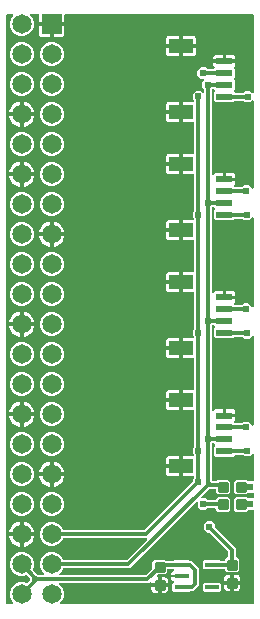
<source format=gbr>
G04 EAGLE Gerber RS-274X export*
G75*
%MOMM*%
%FSLAX34Y34*%
%LPD*%
%AMOC8*
5,1,8,0,0,1.08239X$1,22.5*%
G01*
%ADD10R,1.651000X1.651000*%
%ADD11C,1.651000*%
%ADD12R,1.350000X0.600000*%
%ADD13R,2.000000X1.200000*%
%ADD14R,1.200000X0.400000*%
%ADD15C,0.222250*%
%ADD16C,0.304800*%
%ADD17C,0.609600*%

G36*
X10509Y5215D02*
X10509Y5215D01*
X10561Y5214D01*
X10640Y5235D01*
X10721Y5248D01*
X10767Y5270D01*
X10817Y5284D01*
X10886Y5328D01*
X10960Y5363D01*
X10998Y5398D01*
X11041Y5426D01*
X11095Y5489D01*
X11154Y5545D01*
X11180Y5589D01*
X11213Y5629D01*
X11246Y5704D01*
X11286Y5775D01*
X11298Y5826D01*
X11318Y5873D01*
X11326Y5955D01*
X11344Y6035D01*
X11340Y6086D01*
X11345Y6138D01*
X11329Y6218D01*
X11323Y6300D01*
X11303Y6348D01*
X11293Y6398D01*
X11266Y6442D01*
X11224Y6547D01*
X11111Y6686D01*
X11086Y6724D01*
X9794Y8016D01*
X8266Y11704D01*
X8266Y15696D01*
X9794Y19384D01*
X12616Y22206D01*
X16304Y23734D01*
X20296Y23734D01*
X22128Y22975D01*
X22189Y22960D01*
X22246Y22935D01*
X22317Y22928D01*
X22386Y22911D01*
X22448Y22914D01*
X22510Y22908D01*
X22580Y22922D01*
X22652Y22926D01*
X22710Y22948D01*
X22771Y22960D01*
X22811Y22986D01*
X22901Y23019D01*
X23070Y23150D01*
X23096Y23167D01*
X25280Y25351D01*
X25391Y25462D01*
X25404Y25479D01*
X25420Y25492D01*
X25482Y25586D01*
X25549Y25676D01*
X25556Y25696D01*
X25567Y25713D01*
X25577Y25758D01*
X25636Y25927D01*
X25640Y26040D01*
X25651Y26090D01*
X25651Y26710D01*
X25648Y26731D01*
X25650Y26752D01*
X25628Y26862D01*
X25611Y26973D01*
X25602Y26992D01*
X25598Y27012D01*
X25574Y27051D01*
X25496Y27212D01*
X25419Y27295D01*
X25391Y27338D01*
X23096Y29633D01*
X23047Y29670D01*
X23003Y29714D01*
X22940Y29748D01*
X22882Y29791D01*
X22824Y29811D01*
X22769Y29840D01*
X22699Y29854D01*
X22631Y29878D01*
X22569Y29880D01*
X22509Y29892D01*
X22461Y29884D01*
X22366Y29887D01*
X22159Y29831D01*
X22128Y29825D01*
X20296Y29066D01*
X16304Y29066D01*
X12616Y30594D01*
X9794Y33416D01*
X8266Y37104D01*
X8266Y41096D01*
X9794Y44784D01*
X12616Y47606D01*
X16304Y49134D01*
X20296Y49134D01*
X23984Y47606D01*
X26806Y44784D01*
X28334Y41096D01*
X28334Y37104D01*
X27575Y35272D01*
X27560Y35211D01*
X27535Y35154D01*
X27528Y35083D01*
X27511Y35014D01*
X27514Y34952D01*
X27508Y34890D01*
X27522Y34820D01*
X27526Y34748D01*
X27548Y34690D01*
X27560Y34629D01*
X27586Y34589D01*
X27619Y34499D01*
X27750Y34330D01*
X27767Y34304D01*
X30062Y32009D01*
X32092Y29979D01*
X32109Y29966D01*
X32122Y29950D01*
X32216Y29888D01*
X32306Y29821D01*
X32326Y29814D01*
X32343Y29803D01*
X32388Y29793D01*
X32557Y29734D01*
X32670Y29730D01*
X32720Y29719D01*
X36747Y29719D01*
X36798Y29726D01*
X36850Y29725D01*
X36929Y29746D01*
X37010Y29759D01*
X37056Y29781D01*
X37106Y29795D01*
X37175Y29839D01*
X37249Y29874D01*
X37287Y29909D01*
X37330Y29937D01*
X37384Y30000D01*
X37443Y30056D01*
X37469Y30100D01*
X37502Y30140D01*
X37535Y30215D01*
X37575Y30286D01*
X37587Y30337D01*
X37607Y30384D01*
X37615Y30466D01*
X37633Y30546D01*
X37629Y30597D01*
X37634Y30649D01*
X37618Y30729D01*
X37612Y30811D01*
X37592Y30859D01*
X37582Y30909D01*
X37555Y30953D01*
X37513Y31058D01*
X37400Y31197D01*
X37375Y31235D01*
X35194Y33416D01*
X33666Y37104D01*
X33666Y41096D01*
X35194Y44784D01*
X38016Y47606D01*
X41704Y49134D01*
X45696Y49134D01*
X49384Y47606D01*
X52206Y44784D01*
X52965Y42951D01*
X52997Y42898D01*
X53020Y42840D01*
X53066Y42785D01*
X53103Y42723D01*
X53149Y42682D01*
X53188Y42634D01*
X53248Y42594D01*
X53301Y42547D01*
X53357Y42521D01*
X53409Y42487D01*
X53456Y42476D01*
X53543Y42437D01*
X53755Y42410D01*
X53786Y42403D01*
X106960Y42403D01*
X106981Y42406D01*
X107002Y42404D01*
X107112Y42426D01*
X107223Y42443D01*
X107242Y42452D01*
X107262Y42456D01*
X107301Y42480D01*
X107462Y42558D01*
X107545Y42635D01*
X107588Y42663D01*
X124606Y59681D01*
X124632Y59716D01*
X124645Y59728D01*
X124647Y59732D01*
X124675Y59758D01*
X124715Y59829D01*
X124764Y59895D01*
X124781Y59944D01*
X124806Y59988D01*
X124824Y60068D01*
X124851Y60146D01*
X124853Y60198D01*
X124864Y60248D01*
X124858Y60330D01*
X124860Y60412D01*
X124847Y60461D01*
X124843Y60513D01*
X124812Y60589D01*
X124791Y60668D01*
X124763Y60712D01*
X124744Y60760D01*
X124692Y60823D01*
X124648Y60892D01*
X124609Y60926D01*
X124576Y60966D01*
X124508Y61011D01*
X124445Y61064D01*
X124398Y61085D01*
X124355Y61113D01*
X124305Y61125D01*
X124201Y61169D01*
X124023Y61187D01*
X123978Y61197D01*
X53786Y61197D01*
X53725Y61188D01*
X53663Y61189D01*
X53594Y61168D01*
X53523Y61157D01*
X53467Y61130D01*
X53408Y61113D01*
X53348Y61073D01*
X53284Y61042D01*
X53238Y60999D01*
X53187Y60965D01*
X53159Y60926D01*
X53089Y60860D01*
X52983Y60674D01*
X52965Y60649D01*
X52206Y58816D01*
X49384Y55994D01*
X45696Y54466D01*
X41704Y54466D01*
X38016Y55994D01*
X35194Y58816D01*
X33666Y62504D01*
X33666Y66496D01*
X35194Y70184D01*
X38016Y73006D01*
X41704Y74534D01*
X45696Y74534D01*
X49384Y73006D01*
X52206Y70184D01*
X52965Y68351D01*
X52997Y68298D01*
X53020Y68240D01*
X53066Y68185D01*
X53103Y68123D01*
X53149Y68082D01*
X53188Y68034D01*
X53248Y67994D01*
X53301Y67947D01*
X53357Y67921D01*
X53409Y67887D01*
X53456Y67876D01*
X53543Y67837D01*
X53755Y67810D01*
X53786Y67803D01*
X121692Y67803D01*
X121713Y67806D01*
X121734Y67804D01*
X121844Y67826D01*
X121955Y67843D01*
X121974Y67852D01*
X121994Y67856D01*
X122033Y67880D01*
X122194Y67958D01*
X122277Y68035D01*
X122320Y68063D01*
X162807Y108550D01*
X162820Y108567D01*
X162836Y108580D01*
X162898Y108674D01*
X162965Y108764D01*
X162972Y108784D01*
X162983Y108801D01*
X162993Y108846D01*
X163052Y109015D01*
X163056Y109128D01*
X163067Y109178D01*
X163067Y110965D01*
X164045Y111943D01*
X164076Y111984D01*
X164113Y112020D01*
X164154Y112091D01*
X164203Y112157D01*
X164220Y112206D01*
X164245Y112250D01*
X164263Y112330D01*
X164290Y112408D01*
X164292Y112460D01*
X164303Y112510D01*
X164296Y112592D01*
X164299Y112674D01*
X164286Y112723D01*
X164281Y112775D01*
X164251Y112851D01*
X164229Y112930D01*
X164202Y112974D01*
X164182Y113022D01*
X164131Y113085D01*
X164087Y113154D01*
X164047Y113188D01*
X164015Y113228D01*
X163946Y113273D01*
X163884Y113326D01*
X163837Y113347D01*
X163794Y113375D01*
X163743Y113387D01*
X163640Y113431D01*
X163461Y113449D01*
X163417Y113459D01*
X155027Y113459D01*
X155027Y121111D01*
X155012Y121212D01*
X155003Y121315D01*
X154992Y121343D01*
X154987Y121374D01*
X154943Y121466D01*
X154904Y121561D01*
X154885Y121585D01*
X154872Y121613D01*
X154802Y121688D01*
X154737Y121768D01*
X154711Y121785D01*
X154690Y121807D01*
X154601Y121858D01*
X154516Y121915D01*
X154492Y121920D01*
X154459Y121939D01*
X154200Y121997D01*
X154162Y121994D01*
X154139Y121999D01*
X153249Y121999D01*
X153249Y122001D01*
X154139Y122001D01*
X154240Y122016D01*
X154343Y122025D01*
X154371Y122036D01*
X154402Y122041D01*
X154494Y122085D01*
X154589Y122124D01*
X154613Y122143D01*
X154641Y122156D01*
X154716Y122226D01*
X154796Y122291D01*
X154813Y122317D01*
X154835Y122338D01*
X154886Y122427D01*
X154943Y122512D01*
X154948Y122536D01*
X154967Y122569D01*
X155025Y122828D01*
X155022Y122866D01*
X155027Y122889D01*
X155027Y130541D01*
X163257Y130541D01*
X163308Y130548D01*
X163359Y130547D01*
X163439Y130568D01*
X163520Y130581D01*
X163566Y130603D01*
X163616Y130617D01*
X163685Y130661D01*
X163759Y130696D01*
X163797Y130731D01*
X163840Y130759D01*
X163893Y130822D01*
X163953Y130878D01*
X163979Y130922D01*
X164012Y130962D01*
X164045Y131037D01*
X164085Y131108D01*
X164096Y131159D01*
X164117Y131206D01*
X164125Y131288D01*
X164143Y131368D01*
X164139Y131419D01*
X164144Y131471D01*
X164128Y131551D01*
X164121Y131633D01*
X164102Y131681D01*
X164092Y131731D01*
X164064Y131775D01*
X164022Y131880D01*
X163909Y132019D01*
X163885Y132057D01*
X163067Y132875D01*
X163067Y136873D01*
X164331Y138137D01*
X164344Y138154D01*
X164360Y138167D01*
X164422Y138261D01*
X164489Y138351D01*
X164496Y138371D01*
X164507Y138388D01*
X164517Y138433D01*
X164576Y138602D01*
X164580Y138715D01*
X164591Y138765D01*
X164591Y168571D01*
X164578Y168661D01*
X164573Y168752D01*
X164566Y168769D01*
X164566Y168775D01*
X164557Y168797D01*
X164551Y168834D01*
X164512Y168916D01*
X164481Y169001D01*
X164469Y169015D01*
X164467Y169022D01*
X164452Y169040D01*
X164436Y169074D01*
X164374Y169140D01*
X164319Y169212D01*
X164304Y169222D01*
X164299Y169228D01*
X164279Y169241D01*
X164254Y169268D01*
X164176Y169313D01*
X164102Y169365D01*
X164086Y169370D01*
X164078Y169375D01*
X164059Y169380D01*
X164024Y169400D01*
X163935Y169419D01*
X163849Y169448D01*
X163817Y169446D01*
X163764Y169458D01*
X163724Y169454D01*
X163701Y169459D01*
X155027Y169459D01*
X155027Y177111D01*
X155012Y177212D01*
X155003Y177315D01*
X154992Y177343D01*
X154987Y177374D01*
X154943Y177466D01*
X154904Y177561D01*
X154885Y177585D01*
X154872Y177613D01*
X154802Y177688D01*
X154737Y177768D01*
X154711Y177785D01*
X154690Y177807D01*
X154601Y177858D01*
X154516Y177915D01*
X154492Y177920D01*
X154459Y177939D01*
X154200Y177997D01*
X154162Y177994D01*
X154139Y177999D01*
X153249Y177999D01*
X153249Y178001D01*
X154139Y178001D01*
X154240Y178016D01*
X154343Y178025D01*
X154371Y178036D01*
X154402Y178041D01*
X154494Y178085D01*
X154589Y178124D01*
X154613Y178143D01*
X154641Y178156D01*
X154716Y178226D01*
X154796Y178291D01*
X154813Y178317D01*
X154835Y178338D01*
X154886Y178427D01*
X154943Y178512D01*
X154948Y178536D01*
X154967Y178569D01*
X155025Y178828D01*
X155022Y178866D01*
X155027Y178889D01*
X155027Y186541D01*
X163701Y186541D01*
X163713Y186542D01*
X163727Y186541D01*
X163817Y186557D01*
X163907Y186564D01*
X163938Y186577D01*
X163964Y186581D01*
X163973Y186585D01*
X163989Y186588D01*
X164069Y186629D01*
X164154Y186663D01*
X164181Y186685D01*
X164204Y186696D01*
X164210Y186702D01*
X164225Y186710D01*
X164289Y186773D01*
X164360Y186831D01*
X164380Y186861D01*
X164398Y186878D01*
X164401Y186884D01*
X164414Y186896D01*
X164457Y186976D01*
X164507Y187052D01*
X164514Y187080D01*
X164530Y187108D01*
X164531Y187115D01*
X164540Y187131D01*
X164574Y187308D01*
X164588Y187368D01*
X164587Y187374D01*
X164591Y187392D01*
X164588Y187414D01*
X164591Y187429D01*
X164591Y212571D01*
X164578Y212661D01*
X164573Y212752D01*
X164566Y212769D01*
X164566Y212775D01*
X164557Y212797D01*
X164551Y212834D01*
X164512Y212916D01*
X164481Y213001D01*
X164469Y213015D01*
X164467Y213022D01*
X164452Y213040D01*
X164436Y213074D01*
X164374Y213140D01*
X164319Y213212D01*
X164304Y213222D01*
X164299Y213228D01*
X164279Y213241D01*
X164254Y213268D01*
X164176Y213313D01*
X164102Y213365D01*
X164086Y213370D01*
X164078Y213375D01*
X164059Y213380D01*
X164024Y213400D01*
X163935Y213419D01*
X163849Y213448D01*
X163817Y213446D01*
X163764Y213458D01*
X163724Y213454D01*
X163701Y213459D01*
X155027Y213459D01*
X155027Y221111D01*
X155012Y221212D01*
X155003Y221315D01*
X154992Y221343D01*
X154987Y221374D01*
X154943Y221466D01*
X154904Y221561D01*
X154885Y221585D01*
X154872Y221613D01*
X154802Y221688D01*
X154737Y221768D01*
X154711Y221785D01*
X154690Y221807D01*
X154601Y221858D01*
X154516Y221915D01*
X154492Y221920D01*
X154459Y221939D01*
X154200Y221997D01*
X154162Y221994D01*
X154139Y221999D01*
X153249Y221999D01*
X153249Y222001D01*
X154139Y222001D01*
X154240Y222016D01*
X154343Y222025D01*
X154371Y222036D01*
X154402Y222041D01*
X154494Y222085D01*
X154589Y222124D01*
X154613Y222143D01*
X154641Y222156D01*
X154716Y222226D01*
X154796Y222291D01*
X154813Y222317D01*
X154835Y222338D01*
X154886Y222427D01*
X154943Y222512D01*
X154948Y222536D01*
X154967Y222569D01*
X155025Y222828D01*
X155022Y222866D01*
X155027Y222889D01*
X155027Y230541D01*
X163333Y230541D01*
X163384Y230548D01*
X163435Y230547D01*
X163515Y230568D01*
X163596Y230581D01*
X163642Y230603D01*
X163692Y230617D01*
X163761Y230661D01*
X163835Y230696D01*
X163873Y230731D01*
X163916Y230759D01*
X163969Y230822D01*
X164029Y230878D01*
X164055Y230922D01*
X164088Y230962D01*
X164121Y231037D01*
X164161Y231108D01*
X164172Y231159D01*
X164193Y231206D01*
X164201Y231288D01*
X164219Y231368D01*
X164215Y231419D01*
X164220Y231471D01*
X164204Y231551D01*
X164197Y231633D01*
X164178Y231681D01*
X164168Y231731D01*
X164140Y231775D01*
X164098Y231880D01*
X163985Y232019D01*
X163961Y232057D01*
X163067Y232951D01*
X163067Y236949D01*
X164331Y238213D01*
X164344Y238230D01*
X164360Y238243D01*
X164374Y238265D01*
X164376Y238266D01*
X164379Y238272D01*
X164422Y238337D01*
X164489Y238427D01*
X164496Y238447D01*
X164507Y238464D01*
X164517Y238509D01*
X164576Y238678D01*
X164580Y238791D01*
X164591Y238841D01*
X164591Y268571D01*
X164578Y268661D01*
X164573Y268752D01*
X164566Y268769D01*
X164566Y268775D01*
X164557Y268797D01*
X164551Y268834D01*
X164512Y268916D01*
X164481Y269001D01*
X164469Y269015D01*
X164467Y269022D01*
X164452Y269040D01*
X164436Y269074D01*
X164374Y269140D01*
X164319Y269212D01*
X164304Y269222D01*
X164299Y269228D01*
X164279Y269241D01*
X164254Y269268D01*
X164176Y269313D01*
X164102Y269365D01*
X164086Y269370D01*
X164078Y269375D01*
X164059Y269380D01*
X164024Y269400D01*
X163935Y269419D01*
X163849Y269448D01*
X163817Y269446D01*
X163764Y269458D01*
X163724Y269454D01*
X163701Y269459D01*
X155027Y269459D01*
X155027Y277111D01*
X155012Y277212D01*
X155003Y277315D01*
X154992Y277343D01*
X154987Y277374D01*
X154943Y277466D01*
X154904Y277561D01*
X154885Y277585D01*
X154872Y277613D01*
X154802Y277688D01*
X154737Y277768D01*
X154711Y277785D01*
X154690Y277807D01*
X154601Y277858D01*
X154516Y277915D01*
X154492Y277920D01*
X154459Y277939D01*
X154200Y277997D01*
X154162Y277994D01*
X154139Y277999D01*
X153249Y277999D01*
X153249Y278001D01*
X154139Y278001D01*
X154240Y278016D01*
X154343Y278025D01*
X154371Y278036D01*
X154402Y278041D01*
X154494Y278085D01*
X154589Y278124D01*
X154613Y278143D01*
X154641Y278156D01*
X154716Y278226D01*
X154796Y278291D01*
X154813Y278317D01*
X154835Y278338D01*
X154886Y278427D01*
X154943Y278512D01*
X154948Y278536D01*
X154967Y278569D01*
X155025Y278828D01*
X155022Y278866D01*
X155027Y278889D01*
X155027Y286541D01*
X163701Y286541D01*
X163713Y286542D01*
X163727Y286541D01*
X163817Y286557D01*
X163907Y286564D01*
X163938Y286577D01*
X163964Y286581D01*
X163973Y286585D01*
X163989Y286588D01*
X164069Y286629D01*
X164154Y286663D01*
X164181Y286685D01*
X164204Y286696D01*
X164210Y286702D01*
X164225Y286710D01*
X164289Y286773D01*
X164360Y286831D01*
X164380Y286861D01*
X164398Y286878D01*
X164401Y286884D01*
X164414Y286896D01*
X164457Y286976D01*
X164507Y287052D01*
X164514Y287080D01*
X164530Y287108D01*
X164531Y287115D01*
X164540Y287131D01*
X164574Y287308D01*
X164588Y287368D01*
X164587Y287374D01*
X164591Y287392D01*
X164588Y287414D01*
X164591Y287429D01*
X164591Y312571D01*
X164578Y312661D01*
X164573Y312752D01*
X164566Y312769D01*
X164566Y312775D01*
X164557Y312797D01*
X164551Y312834D01*
X164512Y312916D01*
X164481Y313001D01*
X164469Y313015D01*
X164467Y313022D01*
X164452Y313040D01*
X164436Y313074D01*
X164374Y313140D01*
X164319Y313212D01*
X164304Y313222D01*
X164299Y313228D01*
X164279Y313241D01*
X164254Y313268D01*
X164176Y313313D01*
X164102Y313365D01*
X164086Y313370D01*
X164078Y313375D01*
X164059Y313380D01*
X164024Y313400D01*
X163935Y313419D01*
X163849Y313448D01*
X163817Y313446D01*
X163764Y313458D01*
X163724Y313454D01*
X163701Y313459D01*
X155027Y313459D01*
X155027Y321111D01*
X155012Y321212D01*
X155003Y321315D01*
X154992Y321343D01*
X154987Y321374D01*
X154943Y321466D01*
X154904Y321561D01*
X154885Y321585D01*
X154872Y321613D01*
X154802Y321688D01*
X154737Y321768D01*
X154711Y321785D01*
X154690Y321807D01*
X154601Y321858D01*
X154516Y321915D01*
X154492Y321920D01*
X154459Y321939D01*
X154200Y321997D01*
X154162Y321994D01*
X154139Y321999D01*
X153249Y321999D01*
X153249Y322001D01*
X154139Y322001D01*
X154240Y322016D01*
X154343Y322025D01*
X154371Y322036D01*
X154402Y322041D01*
X154494Y322085D01*
X154589Y322124D01*
X154613Y322143D01*
X154641Y322156D01*
X154716Y322226D01*
X154796Y322291D01*
X154813Y322317D01*
X154835Y322338D01*
X154886Y322427D01*
X154943Y322512D01*
X154948Y322536D01*
X154967Y322569D01*
X155025Y322828D01*
X155022Y322866D01*
X155027Y322889D01*
X155027Y330541D01*
X163409Y330541D01*
X163460Y330548D01*
X163511Y330547D01*
X163591Y330568D01*
X163672Y330581D01*
X163718Y330603D01*
X163768Y330617D01*
X163837Y330661D01*
X163911Y330696D01*
X163949Y330731D01*
X163992Y330759D01*
X164045Y330822D01*
X164105Y330878D01*
X164131Y330922D01*
X164164Y330962D01*
X164197Y331037D01*
X164237Y331108D01*
X164248Y331159D01*
X164269Y331206D01*
X164277Y331288D01*
X164295Y331368D01*
X164291Y331419D01*
X164296Y331471D01*
X164280Y331551D01*
X164273Y331633D01*
X164254Y331681D01*
X164244Y331731D01*
X164216Y331775D01*
X164174Y331880D01*
X164061Y332019D01*
X164037Y332057D01*
X163067Y333027D01*
X163067Y337025D01*
X164331Y338289D01*
X164344Y338306D01*
X164360Y338319D01*
X164422Y338413D01*
X164489Y338503D01*
X164496Y338523D01*
X164507Y338540D01*
X164517Y338585D01*
X164576Y338754D01*
X164580Y338867D01*
X164591Y338917D01*
X164591Y368571D01*
X164578Y368661D01*
X164573Y368752D01*
X164566Y368769D01*
X164566Y368775D01*
X164557Y368797D01*
X164551Y368834D01*
X164512Y368916D01*
X164481Y369001D01*
X164469Y369015D01*
X164467Y369022D01*
X164452Y369040D01*
X164436Y369074D01*
X164374Y369140D01*
X164319Y369212D01*
X164304Y369222D01*
X164299Y369228D01*
X164279Y369241D01*
X164254Y369268D01*
X164176Y369313D01*
X164102Y369365D01*
X164086Y369370D01*
X164078Y369375D01*
X164059Y369380D01*
X164024Y369400D01*
X163935Y369419D01*
X163849Y369448D01*
X163817Y369446D01*
X163764Y369458D01*
X163724Y369454D01*
X163701Y369459D01*
X155027Y369459D01*
X155027Y377111D01*
X155012Y377212D01*
X155003Y377315D01*
X154992Y377343D01*
X154987Y377374D01*
X154943Y377466D01*
X154904Y377561D01*
X154885Y377585D01*
X154872Y377613D01*
X154802Y377688D01*
X154737Y377768D01*
X154711Y377785D01*
X154690Y377807D01*
X154601Y377858D01*
X154516Y377915D01*
X154492Y377920D01*
X154459Y377939D01*
X154200Y377997D01*
X154162Y377994D01*
X154139Y377999D01*
X153249Y377999D01*
X153249Y378001D01*
X154139Y378001D01*
X154240Y378016D01*
X154343Y378025D01*
X154371Y378036D01*
X154402Y378041D01*
X154494Y378085D01*
X154589Y378124D01*
X154613Y378143D01*
X154641Y378156D01*
X154716Y378226D01*
X154796Y378291D01*
X154813Y378317D01*
X154835Y378338D01*
X154886Y378427D01*
X154943Y378512D01*
X154948Y378536D01*
X154967Y378569D01*
X155025Y378828D01*
X155022Y378866D01*
X155027Y378889D01*
X155027Y386541D01*
X163701Y386541D01*
X163713Y386542D01*
X163727Y386541D01*
X163817Y386557D01*
X163907Y386564D01*
X163938Y386577D01*
X163964Y386581D01*
X163973Y386585D01*
X163989Y386588D01*
X164069Y386629D01*
X164154Y386663D01*
X164181Y386685D01*
X164204Y386696D01*
X164210Y386702D01*
X164225Y386710D01*
X164289Y386773D01*
X164360Y386831D01*
X164380Y386861D01*
X164398Y386878D01*
X164401Y386884D01*
X164414Y386896D01*
X164457Y386976D01*
X164507Y387052D01*
X164514Y387080D01*
X164530Y387108D01*
X164531Y387115D01*
X164540Y387131D01*
X164574Y387308D01*
X164588Y387368D01*
X164587Y387374D01*
X164591Y387392D01*
X164588Y387414D01*
X164591Y387429D01*
X164591Y412571D01*
X164578Y412661D01*
X164573Y412752D01*
X164566Y412769D01*
X164566Y412775D01*
X164557Y412797D01*
X164551Y412834D01*
X164512Y412916D01*
X164481Y413001D01*
X164469Y413015D01*
X164467Y413022D01*
X164452Y413040D01*
X164436Y413074D01*
X164374Y413140D01*
X164319Y413212D01*
X164304Y413222D01*
X164299Y413228D01*
X164279Y413241D01*
X164254Y413268D01*
X164176Y413313D01*
X164102Y413365D01*
X164086Y413370D01*
X164078Y413375D01*
X164059Y413380D01*
X164024Y413400D01*
X163935Y413419D01*
X163849Y413448D01*
X163817Y413446D01*
X163764Y413458D01*
X163724Y413454D01*
X163701Y413459D01*
X155027Y413459D01*
X155027Y421111D01*
X155012Y421212D01*
X155003Y421315D01*
X154992Y421343D01*
X154987Y421374D01*
X154943Y421466D01*
X154904Y421561D01*
X154885Y421585D01*
X154872Y421613D01*
X154802Y421688D01*
X154737Y421768D01*
X154711Y421785D01*
X154690Y421807D01*
X154601Y421858D01*
X154516Y421915D01*
X154492Y421920D01*
X154459Y421939D01*
X154200Y421997D01*
X154162Y421994D01*
X154139Y421999D01*
X153249Y421999D01*
X153249Y422001D01*
X154139Y422001D01*
X154240Y422016D01*
X154343Y422025D01*
X154371Y422036D01*
X154402Y422041D01*
X154494Y422085D01*
X154589Y422124D01*
X154613Y422143D01*
X154641Y422156D01*
X154716Y422226D01*
X154796Y422291D01*
X154813Y422317D01*
X154835Y422338D01*
X154886Y422427D01*
X154943Y422512D01*
X154948Y422536D01*
X154967Y422569D01*
X155025Y422828D01*
X155022Y422866D01*
X155027Y422889D01*
X155027Y430541D01*
X163485Y430541D01*
X163536Y430548D01*
X163587Y430547D01*
X163667Y430568D01*
X163748Y430581D01*
X163794Y430603D01*
X163844Y430617D01*
X163913Y430661D01*
X163987Y430696D01*
X164025Y430731D01*
X164068Y430759D01*
X164121Y430822D01*
X164181Y430878D01*
X164207Y430922D01*
X164240Y430962D01*
X164273Y431037D01*
X164313Y431108D01*
X164324Y431159D01*
X164345Y431206D01*
X164353Y431288D01*
X164371Y431368D01*
X164367Y431419D01*
X164372Y431471D01*
X164356Y431551D01*
X164349Y431633D01*
X164330Y431681D01*
X164320Y431731D01*
X164292Y431775D01*
X164250Y431880D01*
X164137Y432019D01*
X164113Y432057D01*
X163067Y433103D01*
X163067Y437101D01*
X165895Y439929D01*
X169893Y439929D01*
X171203Y438619D01*
X171244Y438588D01*
X171280Y438551D01*
X171351Y438510D01*
X171417Y438461D01*
X171466Y438444D01*
X171510Y438419D01*
X171590Y438401D01*
X171668Y438374D01*
X171720Y438372D01*
X171770Y438361D01*
X171852Y438368D01*
X171934Y438365D01*
X171983Y438378D01*
X172035Y438383D01*
X172111Y438413D01*
X172190Y438435D01*
X172234Y438462D01*
X172282Y438482D01*
X172345Y438533D01*
X172414Y438577D01*
X172448Y438617D01*
X172488Y438649D01*
X172533Y438718D01*
X172586Y438780D01*
X172607Y438827D01*
X172635Y438870D01*
X172647Y438921D01*
X172691Y439024D01*
X172709Y439203D01*
X172719Y439247D01*
X172719Y441117D01*
X172716Y441137D01*
X172718Y441158D01*
X172696Y441269D01*
X172679Y441380D01*
X172670Y441398D01*
X172666Y441419D01*
X172642Y441458D01*
X172564Y441619D01*
X172487Y441701D01*
X172459Y441745D01*
X171195Y443009D01*
X171195Y447007D01*
X172759Y448571D01*
X172790Y448612D01*
X172827Y448648D01*
X172868Y448719D01*
X172917Y448785D01*
X172934Y448834D01*
X172959Y448878D01*
X172977Y448958D01*
X173004Y449036D01*
X173006Y449088D01*
X173017Y449138D01*
X173010Y449220D01*
X173013Y449302D01*
X173000Y449351D01*
X172995Y449403D01*
X172965Y449479D01*
X172943Y449558D01*
X172916Y449602D01*
X172896Y449650D01*
X172845Y449713D01*
X172801Y449782D01*
X172761Y449816D01*
X172729Y449856D01*
X172660Y449901D01*
X172598Y449954D01*
X172551Y449975D01*
X172508Y450003D01*
X172457Y450015D01*
X172354Y450059D01*
X172175Y450077D01*
X172131Y450087D01*
X169959Y450087D01*
X167131Y452915D01*
X167131Y456913D01*
X169959Y459741D01*
X173957Y459741D01*
X175221Y458477D01*
X175238Y458464D01*
X175251Y458448D01*
X175345Y458386D01*
X175435Y458319D01*
X175455Y458312D01*
X175472Y458301D01*
X175517Y458291D01*
X175686Y458232D01*
X175799Y458228D01*
X175849Y458217D01*
X180583Y458217D01*
X180604Y458220D01*
X180625Y458218D01*
X180735Y458240D01*
X180846Y458257D01*
X180865Y458266D01*
X180886Y458270D01*
X180924Y458294D01*
X181085Y458372D01*
X181168Y458449D01*
X181211Y458477D01*
X181568Y458833D01*
X181629Y458916D01*
X181695Y458994D01*
X181707Y459022D01*
X181725Y459047D01*
X181759Y459144D01*
X181799Y459238D01*
X181803Y459269D01*
X181813Y459298D01*
X181816Y459401D01*
X181827Y459503D01*
X181821Y459533D01*
X181822Y459564D01*
X181795Y459663D01*
X181775Y459764D01*
X181762Y459784D01*
X181752Y459820D01*
X181609Y460045D01*
X181580Y460069D01*
X181568Y460089D01*
X181217Y460440D01*
X180882Y461019D01*
X180709Y461665D01*
X180709Y463501D01*
X189389Y463501D01*
X189490Y463516D01*
X189593Y463524D01*
X189621Y463536D01*
X189652Y463540D01*
X189744Y463585D01*
X189839Y463623D01*
X189863Y463643D01*
X189891Y463656D01*
X189966Y463726D01*
X189997Y463752D01*
X190013Y463732D01*
X190039Y463715D01*
X190060Y463693D01*
X190149Y463642D01*
X190234Y463585D01*
X190258Y463579D01*
X190291Y463561D01*
X190550Y463503D01*
X190588Y463506D01*
X190611Y463501D01*
X199291Y463501D01*
X199291Y461665D01*
X199118Y461019D01*
X198783Y460440D01*
X198432Y460089D01*
X198372Y460007D01*
X198305Y459928D01*
X198293Y459900D01*
X198275Y459875D01*
X198241Y459779D01*
X198201Y459684D01*
X198197Y459653D01*
X198187Y459624D01*
X198184Y459522D01*
X198173Y459420D01*
X198179Y459389D01*
X198178Y459359D01*
X198205Y459260D01*
X198225Y459159D01*
X198238Y459139D01*
X198248Y459102D01*
X198391Y458878D01*
X198420Y458853D01*
X198432Y458833D01*
X198529Y458737D01*
X198529Y451263D01*
X197894Y450628D01*
X197833Y450546D01*
X197766Y450467D01*
X197754Y450439D01*
X197736Y450414D01*
X197702Y450317D01*
X197662Y450223D01*
X197659Y450192D01*
X197649Y450163D01*
X197645Y450061D01*
X197634Y449958D01*
X197640Y449928D01*
X197639Y449897D01*
X197666Y449798D01*
X197686Y449698D01*
X197699Y449678D01*
X197709Y449641D01*
X197852Y449417D01*
X197881Y449392D01*
X197894Y449372D01*
X198529Y448737D01*
X198529Y441263D01*
X197894Y440628D01*
X197833Y440546D01*
X197766Y440467D01*
X197754Y440439D01*
X197736Y440414D01*
X197702Y440317D01*
X197662Y440223D01*
X197659Y440192D01*
X197649Y440163D01*
X197645Y440061D01*
X197634Y439958D01*
X197640Y439928D01*
X197639Y439897D01*
X197666Y439798D01*
X197686Y439698D01*
X197699Y439678D01*
X197709Y439641D01*
X197852Y439417D01*
X197881Y439392D01*
X197894Y439372D01*
X198703Y438563D01*
X198720Y438550D01*
X198733Y438534D01*
X198826Y438472D01*
X198917Y438405D01*
X198936Y438398D01*
X198954Y438387D01*
X198998Y438377D01*
X199168Y438318D01*
X199280Y438314D01*
X199331Y438303D01*
X206065Y438303D01*
X206085Y438306D01*
X206106Y438304D01*
X206217Y438326D01*
X206328Y438343D01*
X206346Y438352D01*
X206367Y438356D01*
X206406Y438380D01*
X206567Y438458D01*
X206649Y438535D01*
X206693Y438563D01*
X207805Y439675D01*
X211803Y439675D01*
X213276Y438202D01*
X213317Y438171D01*
X213353Y438134D01*
X213424Y438093D01*
X213490Y438044D01*
X213539Y438027D01*
X213583Y438002D01*
X213663Y437984D01*
X213741Y437957D01*
X213793Y437955D01*
X213843Y437944D01*
X213925Y437951D01*
X214007Y437948D01*
X214056Y437961D01*
X214108Y437966D01*
X214184Y437996D01*
X214263Y438018D01*
X214307Y438045D01*
X214355Y438065D01*
X214418Y438116D01*
X214487Y438160D01*
X214521Y438200D01*
X214561Y438232D01*
X214606Y438301D01*
X214659Y438363D01*
X214680Y438410D01*
X214708Y438453D01*
X214720Y438504D01*
X214764Y438607D01*
X214782Y438786D01*
X214792Y438830D01*
X214792Y503904D01*
X214777Y504006D01*
X214769Y504108D01*
X214757Y504136D01*
X214752Y504167D01*
X214708Y504259D01*
X214670Y504355D01*
X214650Y504378D01*
X214637Y504406D01*
X214567Y504481D01*
X214502Y504561D01*
X214476Y504578D01*
X214455Y504600D01*
X214366Y504651D01*
X214281Y504708D01*
X214257Y504714D01*
X214225Y504732D01*
X213965Y504790D01*
X213927Y504787D01*
X213904Y504792D01*
X55384Y504792D01*
X55282Y504777D01*
X55180Y504769D01*
X55152Y504757D01*
X55121Y504752D01*
X55029Y504708D01*
X54933Y504670D01*
X54910Y504650D01*
X54882Y504637D01*
X54807Y504567D01*
X54727Y504502D01*
X54710Y504476D01*
X54688Y504455D01*
X54637Y504366D01*
X54580Y504281D01*
X54574Y504257D01*
X54556Y504225D01*
X54498Y503965D01*
X54501Y503927D01*
X54496Y503904D01*
X54496Y498077D01*
X44589Y498077D01*
X44488Y498062D01*
X44385Y498053D01*
X44357Y498042D01*
X44326Y498037D01*
X44234Y497993D01*
X44139Y497954D01*
X44115Y497935D01*
X44087Y497922D01*
X44012Y497852D01*
X43932Y497787D01*
X43915Y497761D01*
X43893Y497740D01*
X43842Y497651D01*
X43785Y497566D01*
X43780Y497542D01*
X43761Y497510D01*
X43703Y497250D01*
X43706Y497212D01*
X43701Y497189D01*
X43701Y496299D01*
X43699Y496299D01*
X43699Y497189D01*
X43684Y497290D01*
X43675Y497393D01*
X43664Y497421D01*
X43659Y497452D01*
X43615Y497544D01*
X43576Y497639D01*
X43557Y497663D01*
X43544Y497691D01*
X43474Y497766D01*
X43409Y497846D01*
X43383Y497863D01*
X43362Y497885D01*
X43273Y497936D01*
X43188Y497993D01*
X43164Y497999D01*
X43131Y498017D01*
X42872Y498075D01*
X42834Y498072D01*
X42811Y498077D01*
X32904Y498077D01*
X32904Y503904D01*
X32889Y504006D01*
X32881Y504108D01*
X32869Y504136D01*
X32864Y504167D01*
X32820Y504259D01*
X32782Y504355D01*
X32762Y504378D01*
X32749Y504406D01*
X32679Y504481D01*
X32614Y504561D01*
X32588Y504578D01*
X32567Y504600D01*
X32478Y504651D01*
X32393Y504708D01*
X32369Y504714D01*
X32337Y504732D01*
X32077Y504790D01*
X32039Y504787D01*
X32016Y504792D01*
X26142Y504792D01*
X26091Y504785D01*
X26039Y504786D01*
X25960Y504765D01*
X25879Y504752D01*
X25833Y504730D01*
X25783Y504716D01*
X25714Y504672D01*
X25640Y504637D01*
X25602Y504602D01*
X25559Y504574D01*
X25505Y504511D01*
X25446Y504455D01*
X25420Y504411D01*
X25387Y504371D01*
X25354Y504296D01*
X25314Y504225D01*
X25302Y504174D01*
X25282Y504127D01*
X25274Y504045D01*
X25256Y503965D01*
X25260Y503914D01*
X25255Y503862D01*
X25271Y503782D01*
X25277Y503700D01*
X25297Y503652D01*
X25307Y503602D01*
X25334Y503558D01*
X25376Y503453D01*
X25489Y503314D01*
X25514Y503276D01*
X26806Y501984D01*
X28334Y498296D01*
X28334Y494304D01*
X26806Y490616D01*
X23984Y487794D01*
X20296Y486266D01*
X16304Y486266D01*
X12616Y487794D01*
X9794Y490616D01*
X8266Y494304D01*
X8266Y498296D01*
X9794Y501984D01*
X11086Y503276D01*
X11117Y503317D01*
X11154Y503353D01*
X11195Y503424D01*
X11244Y503490D01*
X11261Y503539D01*
X11286Y503583D01*
X11304Y503663D01*
X11331Y503741D01*
X11333Y503793D01*
X11344Y503843D01*
X11338Y503925D01*
X11340Y504007D01*
X11327Y504056D01*
X11323Y504108D01*
X11292Y504184D01*
X11270Y504263D01*
X11243Y504307D01*
X11224Y504355D01*
X11172Y504418D01*
X11128Y504487D01*
X11089Y504521D01*
X11056Y504561D01*
X10988Y504606D01*
X10925Y504659D01*
X10878Y504680D01*
X10835Y504708D01*
X10784Y504720D01*
X10681Y504764D01*
X10502Y504782D01*
X10458Y504792D01*
X6096Y504792D01*
X5994Y504777D01*
X5892Y504769D01*
X5864Y504757D01*
X5833Y504752D01*
X5741Y504708D01*
X5645Y504670D01*
X5622Y504650D01*
X5594Y504637D01*
X5519Y504567D01*
X5439Y504502D01*
X5422Y504476D01*
X5400Y504455D01*
X5349Y504366D01*
X5292Y504281D01*
X5286Y504257D01*
X5268Y504225D01*
X5210Y503965D01*
X5213Y503927D01*
X5208Y503904D01*
X5208Y6096D01*
X5223Y5994D01*
X5231Y5892D01*
X5243Y5864D01*
X5248Y5833D01*
X5292Y5741D01*
X5330Y5645D01*
X5350Y5622D01*
X5363Y5594D01*
X5433Y5519D01*
X5498Y5439D01*
X5524Y5422D01*
X5545Y5400D01*
X5634Y5349D01*
X5719Y5292D01*
X5743Y5286D01*
X5775Y5268D01*
X6035Y5210D01*
X6073Y5213D01*
X6096Y5208D01*
X10458Y5208D01*
X10509Y5215D01*
G37*
G36*
X214006Y5223D02*
X214006Y5223D01*
X214108Y5231D01*
X214136Y5243D01*
X214167Y5248D01*
X214259Y5292D01*
X214355Y5330D01*
X214378Y5350D01*
X214406Y5363D01*
X214481Y5433D01*
X214561Y5498D01*
X214578Y5524D01*
X214600Y5545D01*
X214651Y5634D01*
X214708Y5719D01*
X214714Y5743D01*
X214732Y5775D01*
X214790Y6035D01*
X214787Y6073D01*
X214792Y6096D01*
X214792Y84201D01*
X214777Y84303D01*
X214769Y84405D01*
X214757Y84433D01*
X214752Y84464D01*
X214708Y84556D01*
X214670Y84652D01*
X214650Y84675D01*
X214637Y84703D01*
X214567Y84778D01*
X214502Y84858D01*
X214476Y84875D01*
X214455Y84897D01*
X214366Y84948D01*
X214281Y85005D01*
X214257Y85011D01*
X214225Y85029D01*
X213965Y85087D01*
X213927Y85084D01*
X213904Y85089D01*
X210258Y85089D01*
X210237Y85086D01*
X210216Y85088D01*
X210106Y85066D01*
X209995Y85049D01*
X209976Y85040D01*
X209955Y85036D01*
X209917Y85012D01*
X209756Y84934D01*
X209673Y84857D01*
X209630Y84829D01*
X208493Y83692D01*
X199431Y83692D01*
X197738Y85385D01*
X197738Y94447D01*
X199431Y96140D01*
X208493Y96140D01*
X209630Y95003D01*
X209647Y94990D01*
X209660Y94974D01*
X209753Y94912D01*
X209844Y94845D01*
X209863Y94838D01*
X209881Y94827D01*
X209925Y94817D01*
X210095Y94758D01*
X210207Y94754D01*
X210258Y94743D01*
X213904Y94743D01*
X214006Y94758D01*
X214108Y94766D01*
X214136Y94778D01*
X214167Y94783D01*
X214259Y94827D01*
X214355Y94865D01*
X214378Y94885D01*
X214406Y94898D01*
X214481Y94968D01*
X214561Y95033D01*
X214578Y95059D01*
X214600Y95080D01*
X214651Y95169D01*
X214708Y95254D01*
X214714Y95278D01*
X214732Y95310D01*
X214790Y95570D01*
X214787Y95608D01*
X214792Y95631D01*
X214792Y98679D01*
X214777Y98781D01*
X214769Y98883D01*
X214757Y98911D01*
X214752Y98942D01*
X214708Y99034D01*
X214670Y99130D01*
X214650Y99153D01*
X214637Y99181D01*
X214567Y99256D01*
X214502Y99336D01*
X214476Y99353D01*
X214455Y99375D01*
X214366Y99426D01*
X214281Y99483D01*
X214257Y99489D01*
X214225Y99507D01*
X213965Y99565D01*
X213927Y99562D01*
X213904Y99567D01*
X210258Y99567D01*
X210237Y99564D01*
X210216Y99566D01*
X210106Y99544D01*
X209995Y99527D01*
X209976Y99518D01*
X209955Y99514D01*
X209917Y99490D01*
X209756Y99412D01*
X209673Y99335D01*
X209630Y99307D01*
X208493Y98170D01*
X199431Y98170D01*
X197738Y99863D01*
X197738Y108925D01*
X199431Y110618D01*
X208493Y110618D01*
X209630Y109481D01*
X209647Y109468D01*
X209660Y109452D01*
X209753Y109390D01*
X209844Y109323D01*
X209863Y109316D01*
X209881Y109305D01*
X209925Y109295D01*
X210095Y109236D01*
X210207Y109232D01*
X210258Y109221D01*
X213904Y109221D01*
X214006Y109236D01*
X214108Y109244D01*
X214136Y109256D01*
X214167Y109261D01*
X214259Y109305D01*
X214355Y109343D01*
X214378Y109363D01*
X214406Y109376D01*
X214481Y109446D01*
X214561Y109511D01*
X214578Y109537D01*
X214600Y109558D01*
X214651Y109647D01*
X214708Y109732D01*
X214714Y109756D01*
X214732Y109788D01*
X214790Y110048D01*
X214787Y110086D01*
X214792Y110109D01*
X214792Y131654D01*
X214785Y131705D01*
X214786Y131756D01*
X214765Y131836D01*
X214752Y131917D01*
X214730Y131963D01*
X214716Y132013D01*
X214672Y132082D01*
X214637Y132156D01*
X214602Y132194D01*
X214574Y132237D01*
X214511Y132290D01*
X214455Y132350D01*
X214411Y132376D01*
X214371Y132409D01*
X214296Y132442D01*
X214225Y132482D01*
X214174Y132493D01*
X214127Y132514D01*
X214045Y132522D01*
X213965Y132540D01*
X213914Y132536D01*
X213862Y132541D01*
X213782Y132525D01*
X213700Y132518D01*
X213652Y132499D01*
X213602Y132489D01*
X213558Y132461D01*
X213453Y132419D01*
X213314Y132306D01*
X213276Y132282D01*
X211295Y130301D01*
X207297Y130301D01*
X206161Y131437D01*
X206144Y131450D01*
X206131Y131466D01*
X206037Y131528D01*
X205947Y131595D01*
X205927Y131602D01*
X205910Y131613D01*
X205865Y131623D01*
X205696Y131682D01*
X205583Y131686D01*
X205533Y131697D01*
X199331Y131697D01*
X199310Y131694D01*
X199289Y131696D01*
X199179Y131674D01*
X199068Y131657D01*
X199049Y131648D01*
X199028Y131644D01*
X198990Y131620D01*
X198829Y131542D01*
X198746Y131465D01*
X198703Y131437D01*
X197487Y130221D01*
X182513Y130221D01*
X181471Y131263D01*
X181471Y138737D01*
X182106Y139372D01*
X182167Y139455D01*
X182234Y139533D01*
X182246Y139561D01*
X182264Y139586D01*
X182298Y139683D01*
X182338Y139777D01*
X182341Y139808D01*
X182351Y139837D01*
X182355Y139940D01*
X182366Y140042D01*
X182360Y140072D01*
X182361Y140103D01*
X182334Y140202D01*
X182314Y140302D01*
X182301Y140323D01*
X182291Y140359D01*
X182148Y140583D01*
X182119Y140608D01*
X182106Y140628D01*
X181297Y141437D01*
X181281Y141450D01*
X181267Y141466D01*
X181173Y141528D01*
X181083Y141595D01*
X181064Y141602D01*
X181046Y141613D01*
X181001Y141623D01*
X180832Y141682D01*
X180720Y141686D01*
X180669Y141697D01*
X180213Y141697D01*
X180111Y141682D01*
X180009Y141674D01*
X179981Y141662D01*
X179950Y141657D01*
X179858Y141613D01*
X179762Y141575D01*
X179739Y141555D01*
X179711Y141542D01*
X179636Y141472D01*
X179556Y141407D01*
X179539Y141381D01*
X179517Y141360D01*
X179466Y141271D01*
X179409Y141186D01*
X179403Y141162D01*
X179385Y141130D01*
X179327Y140870D01*
X179330Y140832D01*
X179325Y140809D01*
X179325Y110702D01*
X179328Y110681D01*
X179326Y110660D01*
X179348Y110550D01*
X179365Y110439D01*
X179374Y110420D01*
X179378Y110399D01*
X179402Y110361D01*
X179480Y110200D01*
X179557Y110117D01*
X179585Y110074D01*
X179670Y109989D01*
X179687Y109976D01*
X179700Y109960D01*
X179794Y109897D01*
X179884Y109831D01*
X179904Y109824D01*
X179921Y109813D01*
X179966Y109803D01*
X180135Y109744D01*
X180248Y109740D01*
X180298Y109729D01*
X182934Y109729D01*
X182955Y109732D01*
X182976Y109730D01*
X183086Y109752D01*
X183197Y109769D01*
X183216Y109778D01*
X183237Y109782D01*
X183275Y109806D01*
X183436Y109884D01*
X183519Y109961D01*
X183562Y109989D01*
X184191Y110618D01*
X193253Y110618D01*
X194946Y108925D01*
X194946Y99863D01*
X193253Y98170D01*
X184191Y98170D01*
X182498Y99863D01*
X182498Y102235D01*
X182483Y102337D01*
X182475Y102439D01*
X182463Y102467D01*
X182458Y102498D01*
X182414Y102590D01*
X182376Y102686D01*
X182356Y102709D01*
X182343Y102737D01*
X182273Y102812D01*
X182208Y102892D01*
X182182Y102909D01*
X182161Y102931D01*
X182072Y102982D01*
X181987Y103039D01*
X181963Y103045D01*
X181931Y103063D01*
X181671Y103121D01*
X181633Y103118D01*
X181610Y103123D01*
X177758Y103123D01*
X177737Y103120D01*
X177716Y103122D01*
X177606Y103100D01*
X177495Y103083D01*
X177476Y103074D01*
X177456Y103070D01*
X177417Y103046D01*
X177256Y102968D01*
X177173Y102891D01*
X177130Y102863D01*
X170526Y96259D01*
X170495Y96218D01*
X170457Y96182D01*
X170417Y96111D01*
X170368Y96045D01*
X170351Y95996D01*
X170326Y95952D01*
X170308Y95872D01*
X170281Y95794D01*
X170279Y95742D01*
X170268Y95692D01*
X170274Y95610D01*
X170272Y95528D01*
X170285Y95479D01*
X170289Y95427D01*
X170320Y95351D01*
X170341Y95272D01*
X170369Y95228D01*
X170388Y95180D01*
X170440Y95117D01*
X170484Y95048D01*
X170523Y95014D01*
X170556Y94974D01*
X170624Y94929D01*
X170687Y94876D01*
X170734Y94855D01*
X170777Y94827D01*
X170827Y94815D01*
X170931Y94771D01*
X171109Y94753D01*
X171154Y94743D01*
X174211Y94743D01*
X175475Y93479D01*
X175492Y93466D01*
X175505Y93450D01*
X175599Y93388D01*
X175689Y93321D01*
X175709Y93314D01*
X175726Y93303D01*
X175771Y93293D01*
X175940Y93234D01*
X176053Y93230D01*
X176103Y93219D01*
X181610Y93219D01*
X181712Y93234D01*
X181814Y93242D01*
X181842Y93254D01*
X181873Y93259D01*
X181965Y93303D01*
X182061Y93341D01*
X182084Y93361D01*
X182112Y93374D01*
X182187Y93444D01*
X182267Y93509D01*
X182284Y93535D01*
X182306Y93556D01*
X182357Y93645D01*
X182414Y93730D01*
X182420Y93754D01*
X182438Y93786D01*
X182496Y94046D01*
X182493Y94084D01*
X182498Y94107D01*
X182498Y94447D01*
X184191Y96140D01*
X193253Y96140D01*
X194946Y94447D01*
X194946Y85385D01*
X193253Y83692D01*
X184191Y83692D01*
X182498Y85385D01*
X182498Y85725D01*
X182483Y85827D01*
X182475Y85929D01*
X182463Y85957D01*
X182458Y85988D01*
X182414Y86080D01*
X182376Y86176D01*
X182356Y86199D01*
X182343Y86227D01*
X182273Y86302D01*
X182208Y86382D01*
X182182Y86399D01*
X182161Y86421D01*
X182072Y86472D01*
X181987Y86529D01*
X181963Y86535D01*
X181931Y86553D01*
X181671Y86611D01*
X181633Y86608D01*
X181610Y86613D01*
X176103Y86613D01*
X176083Y86610D01*
X176062Y86612D01*
X175951Y86590D01*
X175840Y86573D01*
X175822Y86564D01*
X175801Y86560D01*
X175762Y86536D01*
X175601Y86458D01*
X175519Y86381D01*
X175475Y86353D01*
X174211Y85089D01*
X170213Y85089D01*
X167385Y87917D01*
X167385Y90974D01*
X167378Y91025D01*
X167379Y91077D01*
X167358Y91156D01*
X167345Y91237D01*
X167323Y91283D01*
X167309Y91333D01*
X167265Y91402D01*
X167230Y91476D01*
X167195Y91514D01*
X167167Y91557D01*
X167104Y91611D01*
X167048Y91671D01*
X167004Y91696D01*
X166964Y91730D01*
X166889Y91762D01*
X166818Y91802D01*
X166767Y91814D01*
X166720Y91834D01*
X166638Y91842D01*
X166558Y91860D01*
X166507Y91856D01*
X166455Y91861D01*
X166375Y91845D01*
X166293Y91839D01*
X166245Y91819D01*
X166195Y91809D01*
X166151Y91782D01*
X166046Y91740D01*
X165907Y91627D01*
X165869Y91602D01*
X110064Y35797D01*
X53786Y35797D01*
X53725Y35788D01*
X53663Y35789D01*
X53594Y35768D01*
X53523Y35757D01*
X53467Y35730D01*
X53408Y35713D01*
X53348Y35673D01*
X53284Y35642D01*
X53238Y35599D01*
X53187Y35565D01*
X53159Y35526D01*
X53089Y35460D01*
X52983Y35274D01*
X52965Y35249D01*
X52206Y33416D01*
X50025Y31235D01*
X49994Y31194D01*
X49957Y31158D01*
X49916Y31087D01*
X49867Y31021D01*
X49850Y30972D01*
X49825Y30928D01*
X49807Y30848D01*
X49780Y30770D01*
X49778Y30718D01*
X49767Y30668D01*
X49773Y30586D01*
X49771Y30504D01*
X49784Y30455D01*
X49788Y30403D01*
X49819Y30327D01*
X49841Y30248D01*
X49868Y30204D01*
X49887Y30156D01*
X49939Y30093D01*
X49983Y30024D01*
X50022Y29990D01*
X50055Y29950D01*
X50123Y29905D01*
X50186Y29852D01*
X50233Y29831D01*
X50276Y29803D01*
X50327Y29791D01*
X50430Y29747D01*
X50609Y29729D01*
X50653Y29719D01*
X122964Y29719D01*
X122985Y29722D01*
X123006Y29720D01*
X123116Y29742D01*
X123227Y29759D01*
X123246Y29768D01*
X123266Y29772D01*
X123305Y29796D01*
X123466Y29874D01*
X123549Y29951D01*
X123592Y29979D01*
X128630Y35017D01*
X128643Y35034D01*
X128659Y35047D01*
X128721Y35141D01*
X128788Y35231D01*
X128795Y35251D01*
X128806Y35268D01*
X128816Y35313D01*
X128875Y35482D01*
X128879Y35595D01*
X128890Y35645D01*
X128890Y41361D01*
X130583Y43054D01*
X139645Y43054D01*
X140526Y42173D01*
X140543Y42160D01*
X140556Y42144D01*
X140649Y42082D01*
X140740Y42015D01*
X140759Y42008D01*
X140777Y41997D01*
X140821Y41987D01*
X140991Y41928D01*
X141103Y41924D01*
X141154Y41913D01*
X146052Y41913D01*
X146073Y41916D01*
X146094Y41914D01*
X146204Y41936D01*
X146315Y41953D01*
X146334Y41962D01*
X146355Y41966D01*
X146393Y41990D01*
X146554Y42068D01*
X146637Y42145D01*
X146680Y42173D01*
X146896Y42389D01*
X160370Y42389D01*
X160586Y42173D01*
X160602Y42161D01*
X160616Y42144D01*
X160710Y42082D01*
X160800Y42015D01*
X160819Y42008D01*
X160837Y41997D01*
X160881Y41987D01*
X161051Y41928D01*
X161163Y41924D01*
X161214Y41913D01*
X161894Y41913D01*
X168149Y35658D01*
X168149Y20984D01*
X163472Y16307D01*
X161214Y16307D01*
X161193Y16304D01*
X161172Y16306D01*
X161062Y16284D01*
X160951Y16267D01*
X160932Y16258D01*
X160911Y16254D01*
X160873Y16230D01*
X160712Y16152D01*
X160629Y16075D01*
X160586Y16047D01*
X160370Y15831D01*
X146896Y15831D01*
X145854Y16873D01*
X145854Y22347D01*
X146847Y23339D01*
X146898Y23408D01*
X146955Y23471D01*
X146976Y23514D01*
X147004Y23553D01*
X147033Y23634D01*
X147069Y23711D01*
X147076Y23759D01*
X147092Y23804D01*
X147095Y23890D01*
X147107Y23975D01*
X147099Y24022D01*
X147101Y24070D01*
X147078Y24153D01*
X147065Y24237D01*
X147044Y24280D01*
X147031Y24326D01*
X146985Y24399D01*
X146947Y24475D01*
X146921Y24499D01*
X146888Y24551D01*
X146686Y24723D01*
X146671Y24729D01*
X146663Y24736D01*
X146073Y25077D01*
X145600Y25550D01*
X145265Y26129D01*
X145092Y26775D01*
X145092Y28111D01*
X153522Y28111D01*
X153623Y28126D01*
X153726Y28134D01*
X153754Y28146D01*
X153785Y28150D01*
X153877Y28195D01*
X153972Y28233D01*
X153996Y28253D01*
X154024Y28266D01*
X154099Y28336D01*
X154179Y28401D01*
X154196Y28427D01*
X154218Y28448D01*
X154269Y28537D01*
X154326Y28622D01*
X154331Y28646D01*
X154350Y28678D01*
X154408Y28938D01*
X154405Y28976D01*
X154410Y28999D01*
X154410Y29221D01*
X154395Y29323D01*
X154386Y29425D01*
X154375Y29453D01*
X154370Y29484D01*
X154326Y29576D01*
X154287Y29672D01*
X154268Y29695D01*
X154255Y29723D01*
X154184Y29798D01*
X154120Y29878D01*
X154094Y29895D01*
X154073Y29917D01*
X153984Y29968D01*
X153899Y30025D01*
X153875Y30031D01*
X153842Y30049D01*
X153583Y30107D01*
X153545Y30104D01*
X153522Y30109D01*
X145092Y30109D01*
X145092Y31445D01*
X145265Y32091D01*
X145600Y32670D01*
X146073Y33143D01*
X146663Y33484D01*
X146730Y33537D01*
X146802Y33583D01*
X146833Y33620D01*
X146870Y33649D01*
X146919Y33720D01*
X146974Y33786D01*
X146993Y33830D01*
X147020Y33869D01*
X147045Y33951D01*
X147078Y34030D01*
X147083Y34078D01*
X147097Y34124D01*
X147097Y34209D01*
X147106Y34294D01*
X147096Y34342D01*
X147096Y34389D01*
X147071Y34471D01*
X147054Y34555D01*
X147035Y34585D01*
X147017Y34643D01*
X146865Y34862D01*
X146853Y34872D01*
X146847Y34881D01*
X146680Y35047D01*
X146664Y35060D01*
X146650Y35076D01*
X146557Y35138D01*
X146466Y35205D01*
X146447Y35212D01*
X146429Y35223D01*
X146385Y35233D01*
X146215Y35292D01*
X146103Y35296D01*
X146052Y35307D01*
X142226Y35307D01*
X142124Y35292D01*
X142022Y35284D01*
X141994Y35272D01*
X141963Y35267D01*
X141871Y35223D01*
X141775Y35185D01*
X141752Y35165D01*
X141724Y35152D01*
X141649Y35082D01*
X141569Y35017D01*
X141552Y34991D01*
X141530Y34970D01*
X141479Y34881D01*
X141422Y34796D01*
X141416Y34772D01*
X141398Y34740D01*
X141340Y34480D01*
X141343Y34442D01*
X141338Y34419D01*
X141338Y32299D01*
X139645Y30606D01*
X133929Y30606D01*
X133908Y30603D01*
X133887Y30605D01*
X133777Y30583D01*
X133666Y30566D01*
X133647Y30557D01*
X133627Y30553D01*
X133588Y30529D01*
X133427Y30451D01*
X133344Y30374D01*
X133301Y30346D01*
X133047Y30092D01*
X133016Y30051D01*
X132978Y30015D01*
X132938Y29944D01*
X132889Y29878D01*
X132872Y29829D01*
X132847Y29785D01*
X132829Y29705D01*
X132802Y29627D01*
X132800Y29575D01*
X132789Y29525D01*
X132795Y29443D01*
X132793Y29361D01*
X132806Y29312D01*
X132810Y29260D01*
X132841Y29184D01*
X132862Y29105D01*
X132890Y29061D01*
X132909Y29013D01*
X132961Y28950D01*
X133005Y28881D01*
X133044Y28847D01*
X133077Y28807D01*
X133145Y28762D01*
X133208Y28709D01*
X133255Y28688D01*
X133298Y28660D01*
X133337Y28651D01*
X133337Y23367D01*
X128058Y23367D01*
X128052Y23388D01*
X128008Y23457D01*
X127973Y23531D01*
X127937Y23569D01*
X127910Y23612D01*
X127847Y23665D01*
X127791Y23726D01*
X127747Y23751D01*
X127707Y23785D01*
X127632Y23817D01*
X127561Y23857D01*
X127510Y23869D01*
X127463Y23889D01*
X127381Y23897D01*
X127301Y23915D01*
X127250Y23911D01*
X127198Y23916D01*
X127118Y23900D01*
X127036Y23894D01*
X126988Y23874D01*
X126938Y23864D01*
X126894Y23837D01*
X126789Y23795D01*
X126650Y23681D01*
X126612Y23657D01*
X126068Y23113D01*
X50621Y23113D01*
X50570Y23106D01*
X50518Y23107D01*
X50439Y23086D01*
X50358Y23073D01*
X50312Y23051D01*
X50262Y23037D01*
X50193Y22993D01*
X50119Y22958D01*
X50081Y22923D01*
X50038Y22895D01*
X49984Y22832D01*
X49925Y22776D01*
X49899Y22732D01*
X49866Y22692D01*
X49833Y22617D01*
X49793Y22546D01*
X49781Y22495D01*
X49761Y22448D01*
X49753Y22366D01*
X49735Y22286D01*
X49739Y22235D01*
X49734Y22183D01*
X49750Y22103D01*
X49756Y22021D01*
X49776Y21973D01*
X49786Y21923D01*
X49813Y21879D01*
X49855Y21774D01*
X49968Y21635D01*
X49993Y21597D01*
X52206Y19384D01*
X53734Y15696D01*
X53734Y11704D01*
X52206Y8016D01*
X50914Y6724D01*
X50883Y6683D01*
X50846Y6647D01*
X50805Y6576D01*
X50756Y6510D01*
X50739Y6461D01*
X50714Y6417D01*
X50696Y6337D01*
X50669Y6259D01*
X50667Y6207D01*
X50656Y6157D01*
X50662Y6075D01*
X50660Y5993D01*
X50673Y5944D01*
X50677Y5892D01*
X50708Y5816D01*
X50730Y5737D01*
X50757Y5693D01*
X50776Y5645D01*
X50828Y5582D01*
X50872Y5513D01*
X50911Y5479D01*
X50944Y5439D01*
X51012Y5394D01*
X51075Y5341D01*
X51122Y5320D01*
X51165Y5292D01*
X51216Y5280D01*
X51319Y5236D01*
X51498Y5218D01*
X51542Y5208D01*
X213904Y5208D01*
X214006Y5223D01*
G37*
G36*
X213925Y256595D02*
X213925Y256595D01*
X214007Y256592D01*
X214056Y256605D01*
X214108Y256610D01*
X214184Y256640D01*
X214263Y256662D01*
X214307Y256689D01*
X214355Y256709D01*
X214418Y256760D01*
X214487Y256804D01*
X214521Y256844D01*
X214561Y256876D01*
X214606Y256945D01*
X214659Y257007D01*
X214680Y257054D01*
X214708Y257097D01*
X214720Y257148D01*
X214764Y257251D01*
X214782Y257430D01*
X214792Y257474D01*
X214792Y332060D01*
X214785Y332111D01*
X214786Y332162D01*
X214765Y332242D01*
X214752Y332323D01*
X214730Y332369D01*
X214716Y332419D01*
X214672Y332488D01*
X214637Y332562D01*
X214602Y332600D01*
X214574Y332643D01*
X214511Y332696D01*
X214455Y332756D01*
X214411Y332782D01*
X214371Y332815D01*
X214296Y332848D01*
X214225Y332888D01*
X214174Y332899D01*
X214127Y332920D01*
X214045Y332928D01*
X213965Y332946D01*
X213914Y332942D01*
X213862Y332947D01*
X213782Y332931D01*
X213700Y332924D01*
X213652Y332905D01*
X213602Y332895D01*
X213558Y332867D01*
X213453Y332825D01*
X213314Y332712D01*
X213276Y332688D01*
X210787Y330199D01*
X206789Y330199D01*
X205551Y331437D01*
X205534Y331450D01*
X205521Y331466D01*
X205427Y331528D01*
X205337Y331595D01*
X205317Y331602D01*
X205300Y331613D01*
X205255Y331623D01*
X205086Y331682D01*
X204973Y331686D01*
X204923Y331697D01*
X199331Y331697D01*
X199310Y331694D01*
X199289Y331696D01*
X199179Y331674D01*
X199068Y331657D01*
X199049Y331648D01*
X199028Y331644D01*
X198990Y331620D01*
X198829Y331542D01*
X198746Y331465D01*
X198703Y331437D01*
X197487Y330221D01*
X182513Y330221D01*
X181471Y331263D01*
X181471Y338737D01*
X182106Y339372D01*
X182167Y339455D01*
X182234Y339533D01*
X182246Y339561D01*
X182264Y339586D01*
X182298Y339683D01*
X182338Y339777D01*
X182341Y339808D01*
X182351Y339837D01*
X182355Y339940D01*
X182366Y340042D01*
X182360Y340072D01*
X182361Y340103D01*
X182334Y340202D01*
X182314Y340302D01*
X182301Y340323D01*
X182291Y340359D01*
X182148Y340583D01*
X182119Y340608D01*
X182106Y340628D01*
X181365Y341369D01*
X181349Y341382D01*
X181335Y341398D01*
X181241Y341460D01*
X181151Y341527D01*
X181132Y341534D01*
X181114Y341545D01*
X181069Y341555D01*
X180900Y341614D01*
X180788Y341618D01*
X180737Y341629D01*
X180213Y341629D01*
X180111Y341614D01*
X180009Y341606D01*
X179981Y341594D01*
X179950Y341589D01*
X179858Y341545D01*
X179762Y341507D01*
X179739Y341487D01*
X179711Y341474D01*
X179636Y341404D01*
X179556Y341339D01*
X179539Y341313D01*
X179517Y341292D01*
X179466Y341203D01*
X179409Y341118D01*
X179403Y341094D01*
X179385Y341062D01*
X179327Y340802D01*
X179330Y340764D01*
X179325Y340741D01*
X179325Y269598D01*
X179330Y269564D01*
X179327Y269529D01*
X179350Y269433D01*
X179365Y269335D01*
X179380Y269304D01*
X179387Y269270D01*
X179437Y269185D01*
X179480Y269096D01*
X179504Y269070D01*
X179521Y269041D01*
X179594Y268974D01*
X179662Y268901D01*
X179692Y268884D01*
X179717Y268861D01*
X179807Y268818D01*
X179892Y268769D01*
X179926Y268762D01*
X179957Y268747D01*
X180055Y268733D01*
X180152Y268712D01*
X180186Y268714D01*
X180220Y268709D01*
X180318Y268725D01*
X180417Y268733D01*
X180449Y268746D01*
X180483Y268751D01*
X180572Y268795D01*
X180664Y268832D01*
X180690Y268854D01*
X180721Y268869D01*
X180757Y268908D01*
X180870Y269000D01*
X180946Y269115D01*
X180982Y269154D01*
X181217Y269560D01*
X181690Y270033D01*
X182269Y270368D01*
X182915Y270541D01*
X188501Y270541D01*
X188501Y265611D01*
X188516Y265510D01*
X188524Y265407D01*
X188536Y265379D01*
X188540Y265348D01*
X188585Y265256D01*
X188623Y265161D01*
X188643Y265137D01*
X188656Y265109D01*
X188726Y265034D01*
X188791Y264954D01*
X188817Y264937D01*
X188838Y264915D01*
X188927Y264864D01*
X189012Y264807D01*
X189036Y264802D01*
X189068Y264783D01*
X189328Y264725D01*
X189366Y264728D01*
X189389Y264723D01*
X189723Y264723D01*
X189723Y264389D01*
X189738Y264287D01*
X189747Y264185D01*
X189758Y264157D01*
X189763Y264126D01*
X189807Y264034D01*
X189846Y263938D01*
X189865Y263915D01*
X189878Y263887D01*
X189949Y263812D01*
X190013Y263732D01*
X190039Y263715D01*
X190060Y263693D01*
X190149Y263642D01*
X190234Y263585D01*
X190258Y263579D01*
X190291Y263561D01*
X190550Y263503D01*
X190588Y263506D01*
X190611Y263501D01*
X199291Y263501D01*
X199291Y261665D01*
X199118Y261019D01*
X198783Y260440D01*
X198432Y260089D01*
X198372Y260007D01*
X198305Y259928D01*
X198293Y259900D01*
X198275Y259875D01*
X198241Y259779D01*
X198201Y259684D01*
X198197Y259653D01*
X198187Y259624D01*
X198184Y259522D01*
X198173Y259420D01*
X198179Y259389D01*
X198178Y259359D01*
X198205Y259260D01*
X198225Y259159D01*
X198238Y259139D01*
X198248Y259102D01*
X198391Y258878D01*
X198420Y258853D01*
X198432Y258833D01*
X198703Y258563D01*
X198720Y258550D01*
X198733Y258534D01*
X198826Y258472D01*
X198917Y258405D01*
X198936Y258398D01*
X198954Y258387D01*
X198998Y258377D01*
X199168Y258318D01*
X199280Y258314D01*
X199331Y258303D01*
X204373Y258303D01*
X204393Y258306D01*
X204414Y258304D01*
X204525Y258326D01*
X204636Y258343D01*
X204654Y258352D01*
X204675Y258356D01*
X204714Y258380D01*
X204875Y258458D01*
X204957Y258535D01*
X205001Y258563D01*
X206281Y259843D01*
X210279Y259843D01*
X213276Y256846D01*
X213317Y256815D01*
X213353Y256778D01*
X213424Y256737D01*
X213490Y256688D01*
X213539Y256671D01*
X213583Y256646D01*
X213663Y256628D01*
X213741Y256601D01*
X213793Y256599D01*
X213843Y256588D01*
X213925Y256595D01*
G37*
G36*
X213925Y156519D02*
X213925Y156519D01*
X214007Y156516D01*
X214056Y156529D01*
X214108Y156534D01*
X214184Y156564D01*
X214263Y156586D01*
X214307Y156613D01*
X214355Y156633D01*
X214418Y156684D01*
X214487Y156728D01*
X214521Y156768D01*
X214561Y156800D01*
X214606Y156869D01*
X214659Y156931D01*
X214680Y156978D01*
X214708Y157021D01*
X214720Y157072D01*
X214764Y157175D01*
X214782Y157354D01*
X214792Y157398D01*
X214792Y231476D01*
X214785Y231527D01*
X214786Y231578D01*
X214765Y231658D01*
X214752Y231739D01*
X214730Y231785D01*
X214716Y231835D01*
X214672Y231904D01*
X214637Y231978D01*
X214602Y232016D01*
X214574Y232059D01*
X214511Y232112D01*
X214455Y232172D01*
X214411Y232198D01*
X214371Y232231D01*
X214296Y232264D01*
X214225Y232304D01*
X214174Y232315D01*
X214127Y232336D01*
X214045Y232344D01*
X213965Y232362D01*
X213914Y232358D01*
X213862Y232363D01*
X213782Y232347D01*
X213700Y232340D01*
X213652Y232321D01*
X213602Y232311D01*
X213558Y232283D01*
X213453Y232241D01*
X213314Y232128D01*
X213276Y232104D01*
X211295Y230123D01*
X207297Y230123D01*
X205983Y231437D01*
X205966Y231450D01*
X205953Y231466D01*
X205859Y231528D01*
X205769Y231595D01*
X205749Y231602D01*
X205732Y231613D01*
X205687Y231623D01*
X205518Y231682D01*
X205405Y231686D01*
X205355Y231697D01*
X199331Y231697D01*
X199310Y231694D01*
X199289Y231696D01*
X199179Y231674D01*
X199068Y231657D01*
X199049Y231648D01*
X199028Y231644D01*
X198990Y231620D01*
X198829Y231542D01*
X198746Y231465D01*
X198703Y231437D01*
X197487Y230221D01*
X182513Y230221D01*
X181471Y231263D01*
X181471Y238737D01*
X182106Y239372D01*
X182167Y239455D01*
X182234Y239533D01*
X182246Y239561D01*
X182264Y239586D01*
X182298Y239683D01*
X182338Y239777D01*
X182341Y239808D01*
X182351Y239837D01*
X182355Y239940D01*
X182366Y240042D01*
X182360Y240072D01*
X182361Y240103D01*
X182334Y240202D01*
X182314Y240302D01*
X182301Y240323D01*
X182291Y240359D01*
X182148Y240583D01*
X182119Y240608D01*
X182106Y240628D01*
X181297Y241437D01*
X181281Y241450D01*
X181267Y241466D01*
X181173Y241528D01*
X181083Y241595D01*
X181064Y241602D01*
X181046Y241613D01*
X181001Y241623D01*
X180832Y241682D01*
X180720Y241686D01*
X180669Y241697D01*
X180213Y241697D01*
X180111Y241682D01*
X180009Y241674D01*
X179981Y241662D01*
X179950Y241657D01*
X179858Y241613D01*
X179762Y241575D01*
X179739Y241555D01*
X179711Y241542D01*
X179636Y241472D01*
X179556Y241407D01*
X179539Y241381D01*
X179517Y241360D01*
X179466Y241271D01*
X179409Y241186D01*
X179403Y241162D01*
X179385Y241130D01*
X179327Y240870D01*
X179330Y240832D01*
X179325Y240809D01*
X179325Y169598D01*
X179330Y169563D01*
X179327Y169529D01*
X179350Y169433D01*
X179365Y169335D01*
X179380Y169304D01*
X179387Y169270D01*
X179437Y169185D01*
X179480Y169096D01*
X179504Y169070D01*
X179521Y169040D01*
X179594Y168974D01*
X179662Y168901D01*
X179692Y168884D01*
X179717Y168861D01*
X179807Y168818D01*
X179892Y168769D01*
X179926Y168762D01*
X179957Y168747D01*
X180055Y168733D01*
X180152Y168711D01*
X180186Y168714D01*
X180220Y168709D01*
X180318Y168725D01*
X180417Y168733D01*
X180449Y168746D01*
X180483Y168751D01*
X180572Y168795D01*
X180664Y168832D01*
X180690Y168854D01*
X180721Y168869D01*
X180757Y168908D01*
X180870Y169000D01*
X180946Y169115D01*
X180982Y169154D01*
X181217Y169560D01*
X181690Y170033D01*
X182269Y170368D01*
X182915Y170541D01*
X188501Y170541D01*
X188501Y165611D01*
X188516Y165510D01*
X188524Y165407D01*
X188536Y165379D01*
X188540Y165348D01*
X188585Y165256D01*
X188623Y165161D01*
X188643Y165137D01*
X188656Y165109D01*
X188726Y165034D01*
X188791Y164954D01*
X188817Y164937D01*
X188838Y164915D01*
X188927Y164864D01*
X189012Y164807D01*
X189036Y164802D01*
X189068Y164783D01*
X189328Y164725D01*
X189366Y164728D01*
X189389Y164723D01*
X189723Y164723D01*
X189723Y164389D01*
X189738Y164287D01*
X189747Y164185D01*
X189758Y164157D01*
X189763Y164126D01*
X189807Y164034D01*
X189846Y163938D01*
X189865Y163915D01*
X189878Y163887D01*
X189949Y163812D01*
X190013Y163732D01*
X190039Y163715D01*
X190060Y163693D01*
X190149Y163642D01*
X190234Y163585D01*
X190258Y163579D01*
X190291Y163561D01*
X190550Y163503D01*
X190588Y163506D01*
X190611Y163501D01*
X199291Y163501D01*
X199291Y161665D01*
X199118Y161019D01*
X198783Y160440D01*
X198432Y160089D01*
X198372Y160007D01*
X198305Y159928D01*
X198293Y159900D01*
X198275Y159875D01*
X198241Y159779D01*
X198201Y159684D01*
X198197Y159653D01*
X198187Y159624D01*
X198184Y159522D01*
X198173Y159420D01*
X198179Y159389D01*
X198178Y159359D01*
X198205Y159260D01*
X198225Y159159D01*
X198238Y159139D01*
X198248Y159102D01*
X198391Y158878D01*
X198420Y158853D01*
X198432Y158833D01*
X198703Y158563D01*
X198720Y158550D01*
X198733Y158534D01*
X198826Y158472D01*
X198917Y158405D01*
X198936Y158398D01*
X198954Y158387D01*
X198998Y158377D01*
X199168Y158318D01*
X199280Y158314D01*
X199331Y158303D01*
X204449Y158303D01*
X204469Y158306D01*
X204490Y158304D01*
X204601Y158326D01*
X204712Y158343D01*
X204730Y158352D01*
X204751Y158356D01*
X204790Y158380D01*
X204951Y158458D01*
X205033Y158535D01*
X205077Y158563D01*
X206281Y159767D01*
X210279Y159767D01*
X213276Y156770D01*
X213317Y156739D01*
X213353Y156702D01*
X213424Y156661D01*
X213490Y156612D01*
X213539Y156595D01*
X213583Y156570D01*
X213663Y156552D01*
X213741Y156525D01*
X213793Y156523D01*
X213843Y156512D01*
X213925Y156519D01*
G37*
G36*
X213925Y356925D02*
X213925Y356925D01*
X214007Y356922D01*
X214056Y356935D01*
X214108Y356940D01*
X214184Y356970D01*
X214263Y356992D01*
X214307Y357019D01*
X214355Y357039D01*
X214418Y357090D01*
X214487Y357134D01*
X214521Y357174D01*
X214561Y357206D01*
X214606Y357275D01*
X214659Y357337D01*
X214680Y357384D01*
X214708Y357427D01*
X214720Y357478D01*
X214764Y357581D01*
X214780Y357736D01*
X214790Y357782D01*
X214789Y357791D01*
X214792Y357804D01*
X214792Y430866D01*
X214785Y430917D01*
X214786Y430968D01*
X214765Y431048D01*
X214752Y431129D01*
X214730Y431175D01*
X214716Y431225D01*
X214672Y431294D01*
X214637Y431368D01*
X214602Y431406D01*
X214574Y431449D01*
X214511Y431502D01*
X214455Y431562D01*
X214411Y431588D01*
X214371Y431621D01*
X214296Y431654D01*
X214225Y431694D01*
X214174Y431705D01*
X214127Y431726D01*
X214045Y431734D01*
X213965Y431752D01*
X213914Y431748D01*
X213862Y431753D01*
X213782Y431737D01*
X213700Y431730D01*
X213652Y431711D01*
X213602Y431701D01*
X213558Y431673D01*
X213453Y431631D01*
X213314Y431518D01*
X213276Y431494D01*
X211803Y430021D01*
X207805Y430021D01*
X206389Y431437D01*
X206372Y431450D01*
X206359Y431466D01*
X206265Y431528D01*
X206175Y431595D01*
X206155Y431602D01*
X206138Y431613D01*
X206093Y431623D01*
X205924Y431682D01*
X205811Y431686D01*
X205761Y431697D01*
X199331Y431697D01*
X199310Y431694D01*
X199289Y431696D01*
X199179Y431674D01*
X199068Y431657D01*
X199049Y431648D01*
X199028Y431644D01*
X198990Y431620D01*
X198829Y431542D01*
X198746Y431465D01*
X198703Y431437D01*
X197487Y430221D01*
X182513Y430221D01*
X181471Y431263D01*
X181471Y438737D01*
X182106Y439372D01*
X182167Y439455D01*
X182234Y439533D01*
X182246Y439561D01*
X182264Y439586D01*
X182298Y439683D01*
X182338Y439777D01*
X182341Y439808D01*
X182351Y439837D01*
X182355Y439940D01*
X182366Y440042D01*
X182360Y440072D01*
X182361Y440103D01*
X182334Y440202D01*
X182314Y440302D01*
X182301Y440323D01*
X182291Y440359D01*
X182148Y440583D01*
X182119Y440608D01*
X182106Y440628D01*
X181297Y441437D01*
X181281Y441450D01*
X181267Y441466D01*
X181173Y441528D01*
X181083Y441595D01*
X181064Y441602D01*
X181046Y441613D01*
X181001Y441623D01*
X180832Y441682D01*
X180720Y441686D01*
X180669Y441697D01*
X180213Y441697D01*
X180111Y441682D01*
X180009Y441674D01*
X179981Y441662D01*
X179950Y441657D01*
X179858Y441613D01*
X179762Y441575D01*
X179739Y441555D01*
X179711Y441542D01*
X179636Y441472D01*
X179556Y441407D01*
X179539Y441381D01*
X179517Y441360D01*
X179466Y441271D01*
X179409Y441186D01*
X179403Y441162D01*
X179385Y441130D01*
X179327Y440870D01*
X179330Y440832D01*
X179325Y440809D01*
X179325Y369598D01*
X179330Y369563D01*
X179327Y369529D01*
X179350Y369433D01*
X179365Y369335D01*
X179380Y369304D01*
X179387Y369270D01*
X179437Y369185D01*
X179480Y369096D01*
X179504Y369070D01*
X179521Y369040D01*
X179594Y368974D01*
X179662Y368901D01*
X179692Y368884D01*
X179717Y368861D01*
X179807Y368818D01*
X179892Y368769D01*
X179926Y368762D01*
X179957Y368747D01*
X180055Y368733D01*
X180152Y368711D01*
X180186Y368714D01*
X180220Y368709D01*
X180318Y368725D01*
X180417Y368733D01*
X180449Y368746D01*
X180483Y368751D01*
X180572Y368795D01*
X180664Y368832D01*
X180690Y368854D01*
X180721Y368869D01*
X180757Y368908D01*
X180870Y369000D01*
X180946Y369115D01*
X180982Y369154D01*
X181217Y369560D01*
X181690Y370033D01*
X182269Y370368D01*
X182915Y370541D01*
X188501Y370541D01*
X188501Y365611D01*
X188516Y365510D01*
X188524Y365407D01*
X188536Y365379D01*
X188540Y365348D01*
X188585Y365256D01*
X188623Y365161D01*
X188643Y365137D01*
X188656Y365109D01*
X188726Y365034D01*
X188791Y364954D01*
X188817Y364937D01*
X188838Y364915D01*
X188927Y364864D01*
X189012Y364807D01*
X189036Y364802D01*
X189068Y364783D01*
X189328Y364725D01*
X189366Y364728D01*
X189389Y364723D01*
X189723Y364723D01*
X189723Y364389D01*
X189738Y364287D01*
X189747Y364185D01*
X189758Y364157D01*
X189763Y364126D01*
X189807Y364034D01*
X189846Y363938D01*
X189865Y363915D01*
X189878Y363887D01*
X189949Y363812D01*
X190013Y363732D01*
X190039Y363715D01*
X190060Y363693D01*
X190149Y363642D01*
X190234Y363585D01*
X190258Y363579D01*
X190291Y363561D01*
X190550Y363503D01*
X190588Y363506D01*
X190611Y363501D01*
X199291Y363501D01*
X199291Y361665D01*
X199118Y361019D01*
X198783Y360440D01*
X198432Y360089D01*
X198371Y360007D01*
X198305Y359928D01*
X198293Y359900D01*
X198275Y359875D01*
X198241Y359778D01*
X198201Y359684D01*
X198197Y359653D01*
X198187Y359624D01*
X198184Y359522D01*
X198173Y359420D01*
X198179Y359389D01*
X198178Y359359D01*
X198205Y359260D01*
X198225Y359159D01*
X198238Y359139D01*
X198248Y359102D01*
X198391Y358878D01*
X198420Y358853D01*
X198432Y358833D01*
X198611Y358655D01*
X198627Y358642D01*
X198641Y358626D01*
X198734Y358564D01*
X198824Y358497D01*
X198844Y358490D01*
X198862Y358479D01*
X198906Y358469D01*
X199076Y358410D01*
X199188Y358406D01*
X199239Y358395D01*
X204643Y358395D01*
X204663Y358398D01*
X204684Y358396D01*
X204795Y358418D01*
X204906Y358435D01*
X204924Y358444D01*
X204945Y358448D01*
X204984Y358472D01*
X205145Y358550D01*
X205227Y358627D01*
X205271Y358655D01*
X206535Y359919D01*
X210533Y359919D01*
X213276Y357176D01*
X213317Y357145D01*
X213353Y357108D01*
X213424Y357067D01*
X213490Y357018D01*
X213539Y357001D01*
X213583Y356976D01*
X213663Y356958D01*
X213741Y356931D01*
X213793Y356929D01*
X213843Y356918D01*
X213925Y356925D01*
G37*
%LPC*%
G36*
X191947Y32384D02*
X191947Y32384D01*
X190254Y34077D01*
X190254Y34419D01*
X190239Y34521D01*
X190231Y34623D01*
X190219Y34651D01*
X190214Y34682D01*
X190170Y34774D01*
X190132Y34870D01*
X190112Y34893D01*
X190099Y34921D01*
X190029Y34996D01*
X189964Y35076D01*
X189938Y35093D01*
X189917Y35115D01*
X189828Y35166D01*
X189743Y35223D01*
X189719Y35229D01*
X189687Y35247D01*
X189427Y35305D01*
X189389Y35302D01*
X189366Y35307D01*
X187216Y35307D01*
X187195Y35304D01*
X187174Y35306D01*
X187064Y35284D01*
X186953Y35267D01*
X186934Y35258D01*
X186913Y35254D01*
X186875Y35230D01*
X186714Y35152D01*
X186631Y35075D01*
X186588Y35047D01*
X186372Y34831D01*
X172898Y34831D01*
X171856Y35873D01*
X171856Y41347D01*
X172898Y42389D01*
X186372Y42389D01*
X186588Y42173D01*
X186604Y42161D01*
X186618Y42144D01*
X186712Y42082D01*
X186802Y42015D01*
X186821Y42008D01*
X186839Y41997D01*
X186883Y41987D01*
X187053Y41928D01*
X187165Y41924D01*
X187216Y41913D01*
X189366Y41913D01*
X189468Y41928D01*
X189570Y41936D01*
X189598Y41948D01*
X189629Y41953D01*
X189721Y41997D01*
X189817Y42035D01*
X189840Y42055D01*
X189868Y42068D01*
X189943Y42138D01*
X190023Y42203D01*
X190040Y42229D01*
X190062Y42250D01*
X190113Y42339D01*
X190170Y42424D01*
X190176Y42448D01*
X190194Y42480D01*
X190252Y42740D01*
X190249Y42778D01*
X190254Y42801D01*
X190254Y43139D01*
X191947Y44832D01*
X192287Y44832D01*
X192389Y44847D01*
X192491Y44855D01*
X192519Y44867D01*
X192550Y44872D01*
X192642Y44916D01*
X192738Y44954D01*
X192761Y44974D01*
X192789Y44987D01*
X192864Y45057D01*
X192944Y45122D01*
X192961Y45148D01*
X192983Y45169D01*
X193034Y45258D01*
X193091Y45343D01*
X193097Y45367D01*
X193115Y45399D01*
X193173Y45659D01*
X193170Y45697D01*
X193175Y45720D01*
X193175Y49452D01*
X193173Y49470D01*
X193175Y49488D01*
X193153Y49601D01*
X193135Y49715D01*
X193128Y49731D01*
X193124Y49749D01*
X193102Y49785D01*
X193020Y49954D01*
X192946Y50033D01*
X192919Y50076D01*
X177676Y65521D01*
X177657Y65535D01*
X177642Y65554D01*
X177551Y65615D01*
X177463Y65680D01*
X177441Y65688D01*
X177421Y65701D01*
X177374Y65712D01*
X177213Y65769D01*
X177095Y65774D01*
X177044Y65785D01*
X175293Y65785D01*
X172465Y68613D01*
X172465Y72611D01*
X175293Y75439D01*
X179291Y75439D01*
X182119Y72611D01*
X182119Y70788D01*
X182121Y70770D01*
X182119Y70752D01*
X182141Y70638D01*
X182159Y70525D01*
X182166Y70509D01*
X182170Y70491D01*
X182192Y70455D01*
X182274Y70286D01*
X182348Y70207D01*
X182375Y70164D01*
X198818Y53503D01*
X198821Y53500D01*
X198822Y53498D01*
X199790Y52531D01*
X199781Y51165D01*
X199781Y51161D01*
X199781Y51159D01*
X199781Y45720D01*
X199796Y45618D01*
X199804Y45516D01*
X199816Y45488D01*
X199821Y45457D01*
X199865Y45365D01*
X199903Y45269D01*
X199923Y45246D01*
X199936Y45218D01*
X200006Y45143D01*
X200071Y45063D01*
X200097Y45046D01*
X200118Y45024D01*
X200207Y44973D01*
X200292Y44916D01*
X200316Y44910D01*
X200348Y44892D01*
X200608Y44834D01*
X200646Y44837D01*
X200669Y44832D01*
X201009Y44832D01*
X202702Y43139D01*
X202702Y34077D01*
X201009Y32384D01*
X191947Y32384D01*
G37*
%LPD*%
%LPC*%
G36*
X41704Y206866D02*
X41704Y206866D01*
X38016Y208394D01*
X35194Y211216D01*
X33666Y214904D01*
X33666Y218896D01*
X35194Y222584D01*
X38016Y225406D01*
X41704Y226934D01*
X45696Y226934D01*
X49384Y225406D01*
X52206Y222584D01*
X53734Y218896D01*
X53734Y214904D01*
X52206Y211216D01*
X49384Y208394D01*
X45696Y206866D01*
X41704Y206866D01*
G37*
%LPD*%
%LPC*%
G36*
X41704Y181466D02*
X41704Y181466D01*
X38016Y182994D01*
X35194Y185816D01*
X33666Y189504D01*
X33666Y193496D01*
X35194Y197184D01*
X38016Y200006D01*
X41704Y201534D01*
X45696Y201534D01*
X49384Y200006D01*
X52206Y197184D01*
X53734Y193496D01*
X53734Y189504D01*
X52206Y185816D01*
X49384Y182994D01*
X45696Y181466D01*
X41704Y181466D01*
G37*
%LPD*%
%LPC*%
G36*
X16304Y308466D02*
X16304Y308466D01*
X12616Y309994D01*
X9794Y312816D01*
X8266Y316504D01*
X8266Y320496D01*
X9794Y324184D01*
X12616Y327006D01*
X16304Y328534D01*
X20296Y328534D01*
X23984Y327006D01*
X26806Y324184D01*
X28334Y320496D01*
X28334Y316504D01*
X26806Y312816D01*
X23984Y309994D01*
X20296Y308466D01*
X16304Y308466D01*
G37*
%LPD*%
%LPC*%
G36*
X41704Y232266D02*
X41704Y232266D01*
X38016Y233794D01*
X35194Y236616D01*
X33666Y240304D01*
X33666Y244296D01*
X35194Y247984D01*
X38016Y250806D01*
X41704Y252334D01*
X45696Y252334D01*
X49384Y250806D01*
X52206Y247984D01*
X53734Y244296D01*
X53734Y240304D01*
X52206Y236616D01*
X49384Y233794D01*
X45696Y232266D01*
X41704Y232266D01*
G37*
%LPD*%
%LPC*%
G36*
X41704Y460866D02*
X41704Y460866D01*
X38016Y462394D01*
X35194Y465216D01*
X33666Y468904D01*
X33666Y472896D01*
X35194Y476584D01*
X38016Y479406D01*
X41704Y480934D01*
X45696Y480934D01*
X49384Y479406D01*
X52206Y476584D01*
X53734Y472896D01*
X53734Y468904D01*
X52206Y465216D01*
X49384Y462394D01*
X45696Y460866D01*
X41704Y460866D01*
G37*
%LPD*%
%LPC*%
G36*
X16304Y460866D02*
X16304Y460866D01*
X12616Y462394D01*
X9794Y465216D01*
X8266Y468904D01*
X8266Y472896D01*
X9794Y476584D01*
X12616Y479406D01*
X16304Y480934D01*
X20296Y480934D01*
X23984Y479406D01*
X26806Y476584D01*
X28334Y472896D01*
X28334Y468904D01*
X26806Y465216D01*
X23984Y462394D01*
X20296Y460866D01*
X16304Y460866D01*
G37*
%LPD*%
%LPC*%
G36*
X41704Y283066D02*
X41704Y283066D01*
X38016Y284594D01*
X35194Y287416D01*
X33666Y291104D01*
X33666Y295096D01*
X35194Y298784D01*
X38016Y301606D01*
X41704Y303134D01*
X45696Y303134D01*
X49384Y301606D01*
X52206Y298784D01*
X53734Y295096D01*
X53734Y291104D01*
X52206Y287416D01*
X49384Y284594D01*
X45696Y283066D01*
X41704Y283066D01*
G37*
%LPD*%
%LPC*%
G36*
X41704Y257666D02*
X41704Y257666D01*
X38016Y259194D01*
X35194Y262016D01*
X33666Y265704D01*
X33666Y269696D01*
X35194Y273384D01*
X38016Y276206D01*
X41704Y277734D01*
X45696Y277734D01*
X49384Y276206D01*
X52206Y273384D01*
X53734Y269696D01*
X53734Y265704D01*
X52206Y262016D01*
X49384Y259194D01*
X45696Y257666D01*
X41704Y257666D01*
G37*
%LPD*%
%LPC*%
G36*
X41704Y79866D02*
X41704Y79866D01*
X38016Y81394D01*
X35194Y84216D01*
X33666Y87904D01*
X33666Y91896D01*
X35194Y95584D01*
X38016Y98406D01*
X41704Y99934D01*
X45696Y99934D01*
X49384Y98406D01*
X52206Y95584D01*
X53734Y91896D01*
X53734Y87904D01*
X52206Y84216D01*
X49384Y81394D01*
X45696Y79866D01*
X41704Y79866D01*
G37*
%LPD*%
%LPC*%
G36*
X16304Y105266D02*
X16304Y105266D01*
X12616Y106794D01*
X9794Y109616D01*
X8266Y113304D01*
X8266Y117296D01*
X9794Y120984D01*
X12616Y123806D01*
X16304Y125334D01*
X20296Y125334D01*
X23984Y123806D01*
X26806Y120984D01*
X28334Y117296D01*
X28334Y113304D01*
X26806Y109616D01*
X23984Y106794D01*
X20296Y105266D01*
X16304Y105266D01*
G37*
%LPD*%
%LPC*%
G36*
X16304Y79866D02*
X16304Y79866D01*
X12616Y81394D01*
X9794Y84216D01*
X8266Y87904D01*
X8266Y91896D01*
X9794Y95584D01*
X12616Y98406D01*
X16304Y99934D01*
X20296Y99934D01*
X23984Y98406D01*
X26806Y95584D01*
X28334Y91896D01*
X28334Y87904D01*
X26806Y84216D01*
X23984Y81394D01*
X20296Y79866D01*
X16304Y79866D01*
G37*
%LPD*%
%LPC*%
G36*
X41704Y435466D02*
X41704Y435466D01*
X38016Y436994D01*
X35194Y439816D01*
X33666Y443504D01*
X33666Y447496D01*
X35194Y451184D01*
X38016Y454006D01*
X41704Y455534D01*
X45696Y455534D01*
X49384Y454006D01*
X52206Y451184D01*
X53734Y447496D01*
X53734Y443504D01*
X52206Y439816D01*
X49384Y436994D01*
X45696Y435466D01*
X41704Y435466D01*
G37*
%LPD*%
%LPC*%
G36*
X16304Y435466D02*
X16304Y435466D01*
X12616Y436994D01*
X9794Y439816D01*
X8266Y443504D01*
X8266Y447496D01*
X9794Y451184D01*
X12616Y454006D01*
X16304Y455534D01*
X20296Y455534D01*
X23984Y454006D01*
X26806Y451184D01*
X28334Y447496D01*
X28334Y443504D01*
X26806Y439816D01*
X23984Y436994D01*
X20296Y435466D01*
X16304Y435466D01*
G37*
%LPD*%
%LPC*%
G36*
X16304Y257666D02*
X16304Y257666D01*
X12616Y259194D01*
X9794Y262016D01*
X8266Y265704D01*
X8266Y269696D01*
X9794Y273384D01*
X12616Y276206D01*
X16304Y277734D01*
X20296Y277734D01*
X23984Y276206D01*
X26806Y273384D01*
X28334Y269696D01*
X28334Y265704D01*
X26806Y262016D01*
X23984Y259194D01*
X20296Y257666D01*
X16304Y257666D01*
G37*
%LPD*%
%LPC*%
G36*
X41704Y410066D02*
X41704Y410066D01*
X38016Y411594D01*
X35194Y414416D01*
X33666Y418104D01*
X33666Y422096D01*
X35194Y425784D01*
X38016Y428606D01*
X41704Y430134D01*
X45696Y430134D01*
X49384Y428606D01*
X52206Y425784D01*
X53734Y422096D01*
X53734Y418104D01*
X52206Y414416D01*
X49384Y411594D01*
X45696Y410066D01*
X41704Y410066D01*
G37*
%LPD*%
%LPC*%
G36*
X41704Y130666D02*
X41704Y130666D01*
X38016Y132194D01*
X35194Y135016D01*
X33666Y138704D01*
X33666Y142696D01*
X35194Y146384D01*
X38016Y149206D01*
X41704Y150734D01*
X45696Y150734D01*
X49384Y149206D01*
X52206Y146384D01*
X53734Y142696D01*
X53734Y138704D01*
X52206Y135016D01*
X49384Y132194D01*
X45696Y130666D01*
X41704Y130666D01*
G37*
%LPD*%
%LPC*%
G36*
X16304Y130666D02*
X16304Y130666D01*
X12616Y132194D01*
X9794Y135016D01*
X8266Y138704D01*
X8266Y142696D01*
X9794Y146384D01*
X12616Y149206D01*
X16304Y150734D01*
X20296Y150734D01*
X23984Y149206D01*
X26806Y146384D01*
X28334Y142696D01*
X28334Y138704D01*
X26806Y135016D01*
X23984Y132194D01*
X20296Y130666D01*
X16304Y130666D01*
G37*
%LPD*%
%LPC*%
G36*
X41704Y156066D02*
X41704Y156066D01*
X38016Y157594D01*
X35194Y160416D01*
X33666Y164104D01*
X33666Y168096D01*
X35194Y171784D01*
X38016Y174606D01*
X41704Y176134D01*
X45696Y176134D01*
X49384Y174606D01*
X52206Y171784D01*
X53734Y168096D01*
X53734Y164104D01*
X52206Y160416D01*
X49384Y157594D01*
X45696Y156066D01*
X41704Y156066D01*
G37*
%LPD*%
%LPC*%
G36*
X41704Y384666D02*
X41704Y384666D01*
X38016Y386194D01*
X35194Y389016D01*
X33666Y392704D01*
X33666Y396696D01*
X35194Y400384D01*
X38016Y403206D01*
X41704Y404734D01*
X45696Y404734D01*
X49384Y403206D01*
X52206Y400384D01*
X53734Y396696D01*
X53734Y392704D01*
X52206Y389016D01*
X49384Y386194D01*
X45696Y384666D01*
X41704Y384666D01*
G37*
%LPD*%
%LPC*%
G36*
X16304Y384666D02*
X16304Y384666D01*
X12616Y386194D01*
X9794Y389016D01*
X8266Y392704D01*
X8266Y396696D01*
X9794Y400384D01*
X12616Y403206D01*
X16304Y404734D01*
X20296Y404734D01*
X23984Y403206D01*
X26806Y400384D01*
X28334Y396696D01*
X28334Y392704D01*
X26806Y389016D01*
X23984Y386194D01*
X20296Y384666D01*
X16304Y384666D01*
G37*
%LPD*%
%LPC*%
G36*
X16304Y283066D02*
X16304Y283066D01*
X12616Y284594D01*
X9794Y287416D01*
X8266Y291104D01*
X8266Y295096D01*
X9794Y298784D01*
X12616Y301606D01*
X16304Y303134D01*
X20296Y303134D01*
X23984Y301606D01*
X26806Y298784D01*
X28334Y295096D01*
X28334Y291104D01*
X26806Y287416D01*
X23984Y284594D01*
X20296Y283066D01*
X16304Y283066D01*
G37*
%LPD*%
%LPC*%
G36*
X41704Y359266D02*
X41704Y359266D01*
X38016Y360794D01*
X35194Y363616D01*
X33666Y367304D01*
X33666Y371296D01*
X35194Y374984D01*
X38016Y377806D01*
X41704Y379334D01*
X45696Y379334D01*
X49384Y377806D01*
X52206Y374984D01*
X53734Y371296D01*
X53734Y367304D01*
X52206Y363616D01*
X49384Y360794D01*
X45696Y359266D01*
X41704Y359266D01*
G37*
%LPD*%
%LPC*%
G36*
X16304Y181466D02*
X16304Y181466D01*
X12616Y182994D01*
X9794Y185816D01*
X8266Y189504D01*
X8266Y193496D01*
X9794Y197184D01*
X12616Y200006D01*
X16304Y201534D01*
X20296Y201534D01*
X23984Y200006D01*
X26806Y197184D01*
X28334Y193496D01*
X28334Y189504D01*
X26806Y185816D01*
X23984Y182994D01*
X20296Y181466D01*
X16304Y181466D01*
G37*
%LPD*%
%LPC*%
G36*
X16304Y206866D02*
X16304Y206866D01*
X12616Y208394D01*
X9794Y211216D01*
X8266Y214904D01*
X8266Y218896D01*
X9794Y222584D01*
X12616Y225406D01*
X16304Y226934D01*
X20296Y226934D01*
X23984Y225406D01*
X26806Y222584D01*
X28334Y218896D01*
X28334Y214904D01*
X26806Y211216D01*
X23984Y208394D01*
X20296Y206866D01*
X16304Y206866D01*
G37*
%LPD*%
%LPC*%
G36*
X41704Y333866D02*
X41704Y333866D01*
X38016Y335394D01*
X35194Y338216D01*
X33666Y341904D01*
X33666Y345896D01*
X35194Y349584D01*
X38016Y352406D01*
X41704Y353934D01*
X45696Y353934D01*
X49384Y352406D01*
X52206Y349584D01*
X53734Y345896D01*
X53734Y341904D01*
X52206Y338216D01*
X49384Y335394D01*
X45696Y333866D01*
X41704Y333866D01*
G37*
%LPD*%
%LPC*%
G36*
X16304Y333866D02*
X16304Y333866D01*
X12616Y335394D01*
X9794Y338216D01*
X8266Y341904D01*
X8266Y345896D01*
X9794Y349584D01*
X12616Y352406D01*
X16304Y353934D01*
X20296Y353934D01*
X23984Y352406D01*
X26806Y349584D01*
X28334Y345896D01*
X28334Y341904D01*
X26806Y338216D01*
X23984Y335394D01*
X20296Y333866D01*
X16304Y333866D01*
G37*
%LPD*%
%LPC*%
G36*
X172898Y15831D02*
X172898Y15831D01*
X171856Y16873D01*
X171856Y22347D01*
X172898Y23389D01*
X186372Y23389D01*
X187414Y22347D01*
X187414Y16873D01*
X186372Y15831D01*
X172898Y15831D01*
G37*
%LPD*%
%LPC*%
G36*
X45477Y485504D02*
X45477Y485504D01*
X45477Y494523D01*
X54496Y494523D01*
X54496Y487710D01*
X54323Y487064D01*
X53988Y486485D01*
X53515Y486012D01*
X52936Y485677D01*
X52290Y485504D01*
X45477Y485504D01*
G37*
%LPD*%
%LPC*%
G36*
X35110Y485504D02*
X35110Y485504D01*
X34464Y485677D01*
X33885Y486012D01*
X33412Y486485D01*
X33077Y487064D01*
X32904Y487710D01*
X32904Y494523D01*
X41923Y494523D01*
X41923Y485504D01*
X35110Y485504D01*
G37*
%LPD*%
%LPC*%
G36*
X155027Y479777D02*
X155027Y479777D01*
X155027Y486541D01*
X163585Y486541D01*
X164231Y486368D01*
X164810Y486033D01*
X165283Y485560D01*
X165618Y484981D01*
X165791Y484335D01*
X165791Y479777D01*
X155027Y479777D01*
G37*
%LPD*%
%LPC*%
G36*
X140709Y479777D02*
X140709Y479777D01*
X140709Y484335D01*
X140882Y484981D01*
X141217Y485560D01*
X141690Y486033D01*
X142269Y486368D01*
X142915Y486541D01*
X151473Y486541D01*
X151473Y479777D01*
X140709Y479777D01*
G37*
%LPD*%
%LPC*%
G36*
X140709Y123777D02*
X140709Y123777D01*
X140709Y128335D01*
X140882Y128981D01*
X141217Y129560D01*
X141690Y130033D01*
X142269Y130368D01*
X142915Y130541D01*
X151473Y130541D01*
X151473Y123777D01*
X140709Y123777D01*
G37*
%LPD*%
%LPC*%
G36*
X140709Y179777D02*
X140709Y179777D01*
X140709Y184335D01*
X140882Y184981D01*
X141217Y185560D01*
X141690Y186033D01*
X142269Y186368D01*
X142915Y186541D01*
X151473Y186541D01*
X151473Y179777D01*
X140709Y179777D01*
G37*
%LPD*%
%LPC*%
G36*
X140709Y223777D02*
X140709Y223777D01*
X140709Y228335D01*
X140882Y228981D01*
X141217Y229560D01*
X141690Y230033D01*
X142269Y230368D01*
X142915Y230541D01*
X151473Y230541D01*
X151473Y223777D01*
X140709Y223777D01*
G37*
%LPD*%
%LPC*%
G36*
X140709Y379777D02*
X140709Y379777D01*
X140709Y384335D01*
X140882Y384981D01*
X141217Y385560D01*
X141690Y386033D01*
X142269Y386368D01*
X142915Y386541D01*
X151473Y386541D01*
X151473Y379777D01*
X140709Y379777D01*
G37*
%LPD*%
%LPC*%
G36*
X140709Y279777D02*
X140709Y279777D01*
X140709Y284335D01*
X140882Y284981D01*
X141217Y285560D01*
X141690Y286033D01*
X142269Y286368D01*
X142915Y286541D01*
X151473Y286541D01*
X151473Y279777D01*
X140709Y279777D01*
G37*
%LPD*%
%LPC*%
G36*
X140709Y323777D02*
X140709Y323777D01*
X140709Y328335D01*
X140882Y328981D01*
X141217Y329560D01*
X141690Y330033D01*
X142269Y330368D01*
X142915Y330541D01*
X151473Y330541D01*
X151473Y323777D01*
X140709Y323777D01*
G37*
%LPD*%
%LPC*%
G36*
X140709Y423777D02*
X140709Y423777D01*
X140709Y428335D01*
X140882Y428981D01*
X141217Y429560D01*
X141690Y430033D01*
X142269Y430368D01*
X142915Y430541D01*
X151473Y430541D01*
X151473Y423777D01*
X140709Y423777D01*
G37*
%LPD*%
%LPC*%
G36*
X155027Y469459D02*
X155027Y469459D01*
X155027Y476223D01*
X165791Y476223D01*
X165791Y471665D01*
X165618Y471019D01*
X165283Y470440D01*
X164810Y469967D01*
X164231Y469632D01*
X163585Y469459D01*
X155027Y469459D01*
G37*
%LPD*%
%LPC*%
G36*
X142915Y113459D02*
X142915Y113459D01*
X142269Y113632D01*
X141690Y113967D01*
X141217Y114440D01*
X140882Y115019D01*
X140709Y115665D01*
X140709Y120223D01*
X151473Y120223D01*
X151473Y113459D01*
X142915Y113459D01*
G37*
%LPD*%
%LPC*%
G36*
X142915Y469459D02*
X142915Y469459D01*
X142269Y469632D01*
X141690Y469967D01*
X141217Y470440D01*
X140882Y471019D01*
X140709Y471665D01*
X140709Y476223D01*
X151473Y476223D01*
X151473Y469459D01*
X142915Y469459D01*
G37*
%LPD*%
%LPC*%
G36*
X142915Y313459D02*
X142915Y313459D01*
X142269Y313632D01*
X141690Y313967D01*
X141217Y314440D01*
X140882Y315019D01*
X140709Y315665D01*
X140709Y320223D01*
X151473Y320223D01*
X151473Y313459D01*
X142915Y313459D01*
G37*
%LPD*%
%LPC*%
G36*
X142915Y413459D02*
X142915Y413459D01*
X142269Y413632D01*
X141690Y413967D01*
X141217Y414440D01*
X140882Y415019D01*
X140709Y415665D01*
X140709Y420223D01*
X151473Y420223D01*
X151473Y413459D01*
X142915Y413459D01*
G37*
%LPD*%
%LPC*%
G36*
X142915Y169459D02*
X142915Y169459D01*
X142269Y169632D01*
X141690Y169967D01*
X141217Y170440D01*
X140882Y171019D01*
X140709Y171665D01*
X140709Y176223D01*
X151473Y176223D01*
X151473Y169459D01*
X142915Y169459D01*
G37*
%LPD*%
%LPC*%
G36*
X142915Y269459D02*
X142915Y269459D01*
X142269Y269632D01*
X141690Y269967D01*
X141217Y270440D01*
X140882Y271019D01*
X140709Y271665D01*
X140709Y276223D01*
X151473Y276223D01*
X151473Y269459D01*
X142915Y269459D01*
G37*
%LPD*%
%LPC*%
G36*
X142915Y213459D02*
X142915Y213459D01*
X142269Y213632D01*
X141690Y213967D01*
X141217Y214440D01*
X140882Y215019D01*
X140709Y215665D01*
X140709Y220223D01*
X151473Y220223D01*
X151473Y213459D01*
X142915Y213459D01*
G37*
%LPD*%
%LPC*%
G36*
X142915Y369459D02*
X142915Y369459D01*
X142269Y369632D01*
X141690Y369967D01*
X141217Y370440D01*
X140882Y371019D01*
X140709Y371665D01*
X140709Y376223D01*
X151473Y376223D01*
X151473Y369459D01*
X142915Y369459D01*
G37*
%LPD*%
%LPC*%
G36*
X20077Y167877D02*
X20077Y167877D01*
X20077Y176749D01*
X20828Y176630D01*
X22444Y176105D01*
X23958Y175333D01*
X25333Y174335D01*
X26535Y173133D01*
X27533Y171758D01*
X28305Y170244D01*
X28830Y168628D01*
X28949Y167877D01*
X20077Y167877D01*
G37*
%LPD*%
%LPC*%
G36*
X45477Y117077D02*
X45477Y117077D01*
X45477Y125949D01*
X46228Y125830D01*
X47844Y125305D01*
X49358Y124533D01*
X50733Y123535D01*
X51935Y122333D01*
X52933Y120958D01*
X53705Y119444D01*
X54230Y117828D01*
X54349Y117077D01*
X45477Y117077D01*
G37*
%LPD*%
%LPC*%
G36*
X20077Y421877D02*
X20077Y421877D01*
X20077Y430749D01*
X20828Y430630D01*
X22444Y430105D01*
X23958Y429333D01*
X25333Y428335D01*
X26535Y427133D01*
X27533Y425758D01*
X28305Y424244D01*
X28830Y422628D01*
X28949Y421877D01*
X20077Y421877D01*
G37*
%LPD*%
%LPC*%
G36*
X20077Y371077D02*
X20077Y371077D01*
X20077Y379949D01*
X20828Y379830D01*
X22444Y379305D01*
X23958Y378533D01*
X25333Y377535D01*
X26535Y376333D01*
X27533Y374958D01*
X28305Y373444D01*
X28830Y371828D01*
X28949Y371077D01*
X20077Y371077D01*
G37*
%LPD*%
%LPC*%
G36*
X45477Y320277D02*
X45477Y320277D01*
X45477Y329149D01*
X46228Y329030D01*
X47844Y328505D01*
X49358Y327733D01*
X50733Y326735D01*
X51935Y325533D01*
X52933Y324158D01*
X53705Y322644D01*
X54230Y321028D01*
X54349Y320277D01*
X45477Y320277D01*
G37*
%LPD*%
%LPC*%
G36*
X20077Y66277D02*
X20077Y66277D01*
X20077Y75149D01*
X20828Y75030D01*
X22444Y74505D01*
X23958Y73733D01*
X25333Y72735D01*
X26535Y71533D01*
X27533Y70158D01*
X28305Y68644D01*
X28830Y67028D01*
X28949Y66277D01*
X20077Y66277D01*
G37*
%LPD*%
%LPC*%
G36*
X20077Y244077D02*
X20077Y244077D01*
X20077Y252949D01*
X20828Y252830D01*
X22444Y252305D01*
X23958Y251533D01*
X25333Y250535D01*
X26535Y249333D01*
X27533Y247958D01*
X28305Y246444D01*
X28830Y244828D01*
X28949Y244077D01*
X20077Y244077D01*
G37*
%LPD*%
%LPC*%
G36*
X20077Y62723D02*
X20077Y62723D01*
X28949Y62723D01*
X28830Y61972D01*
X28305Y60356D01*
X27533Y58842D01*
X26535Y57467D01*
X25333Y56265D01*
X23958Y55267D01*
X22444Y54495D01*
X20828Y53970D01*
X20077Y53851D01*
X20077Y62723D01*
G37*
%LPD*%
%LPC*%
G36*
X33051Y320277D02*
X33051Y320277D01*
X33170Y321028D01*
X33695Y322644D01*
X34467Y324158D01*
X35465Y325533D01*
X36667Y326735D01*
X38042Y327733D01*
X39556Y328505D01*
X41172Y329030D01*
X41923Y329149D01*
X41923Y320277D01*
X33051Y320277D01*
G37*
%LPD*%
%LPC*%
G36*
X20077Y367523D02*
X20077Y367523D01*
X28949Y367523D01*
X28830Y366772D01*
X28305Y365156D01*
X27533Y363642D01*
X26535Y362267D01*
X25333Y361065D01*
X23958Y360067D01*
X22444Y359295D01*
X20828Y358770D01*
X20077Y358651D01*
X20077Y367523D01*
G37*
%LPD*%
%LPC*%
G36*
X33051Y117077D02*
X33051Y117077D01*
X33170Y117828D01*
X33695Y119444D01*
X34467Y120958D01*
X35465Y122333D01*
X36667Y123535D01*
X38042Y124533D01*
X39556Y125305D01*
X41172Y125830D01*
X41923Y125949D01*
X41923Y117077D01*
X33051Y117077D01*
G37*
%LPD*%
%LPC*%
G36*
X7651Y66277D02*
X7651Y66277D01*
X7770Y67028D01*
X8295Y68644D01*
X9067Y70158D01*
X10065Y71533D01*
X11267Y72735D01*
X12642Y73733D01*
X14156Y74505D01*
X15772Y75030D01*
X16523Y75149D01*
X16523Y66277D01*
X7651Y66277D01*
G37*
%LPD*%
%LPC*%
G36*
X45477Y316723D02*
X45477Y316723D01*
X54349Y316723D01*
X54230Y315972D01*
X53705Y314356D01*
X52933Y312842D01*
X51935Y311467D01*
X50733Y310265D01*
X49358Y309267D01*
X47844Y308495D01*
X46228Y307970D01*
X45477Y307851D01*
X45477Y316723D01*
G37*
%LPD*%
%LPC*%
G36*
X7651Y244077D02*
X7651Y244077D01*
X7770Y244828D01*
X8295Y246444D01*
X9067Y247958D01*
X10065Y249333D01*
X11267Y250535D01*
X12642Y251533D01*
X14156Y252305D01*
X15772Y252830D01*
X16523Y252949D01*
X16523Y244077D01*
X7651Y244077D01*
G37*
%LPD*%
%LPC*%
G36*
X7651Y167877D02*
X7651Y167877D01*
X7770Y168628D01*
X8295Y170244D01*
X9067Y171758D01*
X10065Y173133D01*
X11267Y174335D01*
X12642Y175333D01*
X14156Y176105D01*
X15772Y176630D01*
X16523Y176749D01*
X16523Y167877D01*
X7651Y167877D01*
G37*
%LPD*%
%LPC*%
G36*
X7651Y371077D02*
X7651Y371077D01*
X7770Y371828D01*
X8295Y373444D01*
X9067Y374958D01*
X10065Y376333D01*
X11267Y377535D01*
X12642Y378533D01*
X14156Y379305D01*
X15772Y379830D01*
X16523Y379949D01*
X16523Y371077D01*
X7651Y371077D01*
G37*
%LPD*%
%LPC*%
G36*
X20077Y240523D02*
X20077Y240523D01*
X28949Y240523D01*
X28830Y239772D01*
X28305Y238156D01*
X27533Y236642D01*
X26535Y235267D01*
X25333Y234065D01*
X23958Y233067D01*
X22444Y232295D01*
X20828Y231770D01*
X20077Y231651D01*
X20077Y240523D01*
G37*
%LPD*%
%LPC*%
G36*
X20077Y164323D02*
X20077Y164323D01*
X28949Y164323D01*
X28830Y163572D01*
X28305Y161956D01*
X27533Y160442D01*
X26535Y159067D01*
X25333Y157865D01*
X23958Y156867D01*
X22444Y156095D01*
X20828Y155570D01*
X20077Y155451D01*
X20077Y164323D01*
G37*
%LPD*%
%LPC*%
G36*
X20077Y418323D02*
X20077Y418323D01*
X28949Y418323D01*
X28830Y417572D01*
X28305Y415956D01*
X27533Y414442D01*
X26535Y413067D01*
X25333Y411865D01*
X23958Y410867D01*
X22444Y410095D01*
X20828Y409570D01*
X20077Y409451D01*
X20077Y418323D01*
G37*
%LPD*%
%LPC*%
G36*
X45477Y113523D02*
X45477Y113523D01*
X54349Y113523D01*
X54230Y112772D01*
X53705Y111156D01*
X52933Y109642D01*
X51935Y108267D01*
X50733Y107065D01*
X49358Y106067D01*
X47844Y105295D01*
X46228Y104770D01*
X45477Y104651D01*
X45477Y113523D01*
G37*
%LPD*%
%LPC*%
G36*
X7651Y421877D02*
X7651Y421877D01*
X7770Y422628D01*
X8295Y424244D01*
X9067Y425758D01*
X10065Y427133D01*
X11267Y428335D01*
X12642Y429333D01*
X14156Y430105D01*
X15772Y430630D01*
X16523Y430749D01*
X16523Y421877D01*
X7651Y421877D01*
G37*
%LPD*%
%LPC*%
G36*
X15772Y53970D02*
X15772Y53970D01*
X14156Y54495D01*
X12642Y55267D01*
X11267Y56265D01*
X10065Y57467D01*
X9067Y58842D01*
X8295Y60356D01*
X7770Y61972D01*
X7651Y62723D01*
X16523Y62723D01*
X16523Y53851D01*
X15772Y53970D01*
G37*
%LPD*%
%LPC*%
G36*
X15772Y358770D02*
X15772Y358770D01*
X14156Y359295D01*
X12642Y360067D01*
X11267Y361065D01*
X10065Y362267D01*
X9067Y363642D01*
X8295Y365156D01*
X7770Y366772D01*
X7651Y367523D01*
X16523Y367523D01*
X16523Y358651D01*
X15772Y358770D01*
G37*
%LPD*%
%LPC*%
G36*
X15772Y409570D02*
X15772Y409570D01*
X14156Y410095D01*
X12642Y410867D01*
X11267Y411865D01*
X10065Y413067D01*
X9067Y414442D01*
X8295Y415956D01*
X7770Y417572D01*
X7651Y418323D01*
X16523Y418323D01*
X16523Y409451D01*
X15772Y409570D01*
G37*
%LPD*%
%LPC*%
G36*
X41172Y307970D02*
X41172Y307970D01*
X39556Y308495D01*
X38042Y309267D01*
X36667Y310265D01*
X35465Y311467D01*
X34467Y312842D01*
X33695Y314356D01*
X33170Y315972D01*
X33051Y316723D01*
X41923Y316723D01*
X41923Y307851D01*
X41172Y307970D01*
G37*
%LPD*%
%LPC*%
G36*
X15772Y155570D02*
X15772Y155570D01*
X14156Y156095D01*
X12642Y156867D01*
X11267Y157865D01*
X10065Y159067D01*
X9067Y160442D01*
X8295Y161956D01*
X7770Y163572D01*
X7651Y164323D01*
X16523Y164323D01*
X16523Y155451D01*
X15772Y155570D01*
G37*
%LPD*%
%LPC*%
G36*
X41172Y104770D02*
X41172Y104770D01*
X39556Y105295D01*
X38042Y106067D01*
X36667Y107065D01*
X35465Y108267D01*
X34467Y109642D01*
X33695Y111156D01*
X33170Y112772D01*
X33051Y113523D01*
X41923Y113523D01*
X41923Y104651D01*
X41172Y104770D01*
G37*
%LPD*%
%LPC*%
G36*
X15772Y231770D02*
X15772Y231770D01*
X14156Y232295D01*
X12642Y233067D01*
X11267Y234065D01*
X10065Y235267D01*
X9067Y236642D01*
X8295Y238156D01*
X7770Y239772D01*
X7651Y240523D01*
X16523Y240523D01*
X16523Y231651D01*
X15772Y231770D01*
G37*
%LPD*%
%LPC*%
G36*
X191499Y366499D02*
X191499Y366499D01*
X191499Y370541D01*
X197085Y370541D01*
X197731Y370368D01*
X198310Y370033D01*
X198783Y369560D01*
X199118Y368981D01*
X199291Y368335D01*
X199291Y366499D01*
X191499Y366499D01*
G37*
%LPD*%
%LPC*%
G36*
X191499Y266499D02*
X191499Y266499D01*
X191499Y270541D01*
X197085Y270541D01*
X197731Y270368D01*
X198310Y270033D01*
X198783Y269560D01*
X199118Y268981D01*
X199291Y268335D01*
X199291Y266499D01*
X191499Y266499D01*
G37*
%LPD*%
%LPC*%
G36*
X191499Y166499D02*
X191499Y166499D01*
X191499Y170541D01*
X197085Y170541D01*
X197731Y170368D01*
X198310Y170033D01*
X198783Y169560D01*
X199118Y168981D01*
X199291Y168335D01*
X199291Y166499D01*
X191499Y166499D01*
G37*
%LPD*%
%LPC*%
G36*
X191499Y466499D02*
X191499Y466499D01*
X191499Y470541D01*
X197085Y470541D01*
X197731Y470368D01*
X198310Y470033D01*
X198783Y469560D01*
X199118Y468981D01*
X199291Y468335D01*
X199291Y466499D01*
X191499Y466499D01*
G37*
%LPD*%
%LPC*%
G36*
X180709Y466499D02*
X180709Y466499D01*
X180709Y468335D01*
X180882Y468981D01*
X181217Y469560D01*
X181690Y470033D01*
X182269Y470368D01*
X182915Y470541D01*
X188501Y470541D01*
X188501Y466499D01*
X180709Y466499D01*
G37*
%LPD*%
%LPC*%
G36*
X198255Y25145D02*
X198255Y25145D01*
X198255Y30354D01*
X200293Y30354D01*
X201221Y30105D01*
X202054Y29624D01*
X202734Y28944D01*
X203215Y28111D01*
X203464Y27183D01*
X203464Y25145D01*
X198255Y25145D01*
G37*
%LPD*%
%LPC*%
G36*
X136891Y23367D02*
X136891Y23367D01*
X136891Y28576D01*
X138929Y28576D01*
X139857Y28327D01*
X140690Y27846D01*
X141370Y27166D01*
X141851Y26333D01*
X142100Y25405D01*
X142100Y23367D01*
X136891Y23367D01*
G37*
%LPD*%
%LPC*%
G36*
X189492Y25145D02*
X189492Y25145D01*
X189492Y27183D01*
X189741Y28111D01*
X190222Y28944D01*
X190902Y29624D01*
X191735Y30105D01*
X192663Y30354D01*
X194701Y30354D01*
X194701Y25145D01*
X189492Y25145D01*
G37*
%LPD*%
%LPC*%
G36*
X198255Y16382D02*
X198255Y16382D01*
X198255Y21591D01*
X203464Y21591D01*
X203464Y19553D01*
X203215Y18625D01*
X202734Y17792D01*
X202054Y17112D01*
X201221Y16631D01*
X200293Y16382D01*
X198255Y16382D01*
G37*
%LPD*%
%LPC*%
G36*
X136891Y14604D02*
X136891Y14604D01*
X136891Y19813D01*
X142100Y19813D01*
X142100Y17775D01*
X141851Y16847D01*
X141370Y16014D01*
X140690Y15334D01*
X139857Y14853D01*
X138929Y14604D01*
X136891Y14604D01*
G37*
%LPD*%
%LPC*%
G36*
X131299Y14604D02*
X131299Y14604D01*
X130371Y14853D01*
X129538Y15334D01*
X128858Y16014D01*
X128377Y16847D01*
X128128Y17775D01*
X128128Y19813D01*
X133337Y19813D01*
X133337Y14604D01*
X131299Y14604D01*
G37*
%LPD*%
%LPC*%
G36*
X192663Y16382D02*
X192663Y16382D01*
X191735Y16631D01*
X190902Y17112D01*
X190222Y17792D01*
X189741Y18625D01*
X189492Y19553D01*
X189492Y21591D01*
X194701Y21591D01*
X194701Y16382D01*
X192663Y16382D01*
G37*
%LPD*%
%LPC*%
G36*
X18299Y242299D02*
X18299Y242299D01*
X18299Y242301D01*
X18301Y242301D01*
X18301Y242299D01*
X18299Y242299D01*
G37*
%LPD*%
%LPC*%
G36*
X18299Y166099D02*
X18299Y166099D01*
X18299Y166101D01*
X18301Y166101D01*
X18301Y166099D01*
X18299Y166099D01*
G37*
%LPD*%
%LPC*%
G36*
X18299Y369299D02*
X18299Y369299D01*
X18299Y369301D01*
X18301Y369301D01*
X18301Y369299D01*
X18299Y369299D01*
G37*
%LPD*%
%LPC*%
G36*
X43699Y115299D02*
X43699Y115299D01*
X43699Y115301D01*
X43701Y115301D01*
X43701Y115299D01*
X43699Y115299D01*
G37*
%LPD*%
%LPC*%
G36*
X18299Y420099D02*
X18299Y420099D01*
X18299Y420101D01*
X18301Y420101D01*
X18301Y420099D01*
X18299Y420099D01*
G37*
%LPD*%
%LPC*%
G36*
X43699Y318499D02*
X43699Y318499D01*
X43699Y318501D01*
X43701Y318501D01*
X43701Y318499D01*
X43699Y318499D01*
G37*
%LPD*%
%LPC*%
G36*
X18299Y64499D02*
X18299Y64499D01*
X18299Y64501D01*
X18301Y64501D01*
X18301Y64499D01*
X18299Y64499D01*
G37*
%LPD*%
%LPC*%
G36*
X153249Y477999D02*
X153249Y477999D01*
X153249Y478001D01*
X153251Y478001D01*
X153251Y477999D01*
X153249Y477999D01*
G37*
%LPD*%
%LPC*%
G36*
X135113Y21589D02*
X135113Y21589D01*
X135113Y21591D01*
X135115Y21591D01*
X135115Y21589D01*
X135113Y21589D01*
G37*
%LPD*%
%LPC*%
G36*
X196477Y23367D02*
X196477Y23367D01*
X196477Y23369D01*
X196479Y23369D01*
X196479Y23367D01*
X196477Y23367D01*
G37*
%LPD*%
D10*
X43700Y496300D03*
D11*
X43700Y470900D03*
X43700Y445500D03*
X43700Y420100D03*
X43700Y394700D03*
X43700Y369300D03*
X43700Y343900D03*
X43700Y318500D03*
X43700Y293100D03*
X43700Y267700D03*
X43700Y242300D03*
X43700Y216900D03*
X43700Y191500D03*
X43700Y166100D03*
X43700Y140700D03*
X43700Y115300D03*
X43700Y89900D03*
X43700Y64500D03*
X43700Y39100D03*
X43700Y13700D03*
X18300Y13700D03*
X18300Y39100D03*
X18300Y64500D03*
X18300Y89900D03*
X18300Y115300D03*
X18300Y140700D03*
X18300Y166100D03*
X18300Y191500D03*
X18300Y216900D03*
X18300Y242300D03*
X18300Y267700D03*
X18300Y293100D03*
X18300Y318500D03*
X18300Y343900D03*
X18300Y369300D03*
X18300Y394700D03*
X18300Y420100D03*
X18300Y445500D03*
X18300Y470900D03*
X18300Y496300D03*
D12*
X190000Y365000D03*
X190000Y355000D03*
X190000Y345000D03*
X190000Y335000D03*
D13*
X153250Y322000D03*
X153250Y378000D03*
D12*
X190000Y465000D03*
X190000Y455000D03*
X190000Y445000D03*
X190000Y435000D03*
D13*
X153250Y422000D03*
X153250Y478000D03*
D12*
X190000Y165000D03*
X190000Y155000D03*
X190000Y145000D03*
X190000Y135000D03*
D13*
X153250Y122000D03*
X153250Y178000D03*
D12*
X190000Y265000D03*
X190000Y255000D03*
X190000Y245000D03*
X190000Y235000D03*
D13*
X153250Y222000D03*
X153250Y278000D03*
D14*
X153633Y38610D03*
X153633Y29110D03*
X153633Y19610D03*
X179635Y19610D03*
X179635Y38610D03*
D15*
X138448Y24924D02*
X138448Y18256D01*
X131780Y18256D01*
X131780Y24924D01*
X138448Y24924D01*
X138448Y20368D02*
X131780Y20368D01*
X131780Y22480D02*
X138448Y22480D01*
X138448Y24592D02*
X131780Y24592D01*
X138448Y33496D02*
X138448Y40164D01*
X138448Y33496D02*
X131780Y33496D01*
X131780Y40164D01*
X138448Y40164D01*
X138448Y35608D02*
X131780Y35608D01*
X131780Y37720D02*
X138448Y37720D01*
X138448Y39832D02*
X131780Y39832D01*
X199812Y26702D02*
X199812Y20034D01*
X193144Y20034D01*
X193144Y26702D01*
X199812Y26702D01*
X199812Y22146D02*
X193144Y22146D01*
X193144Y24258D02*
X199812Y24258D01*
X199812Y26370D02*
X193144Y26370D01*
X199812Y35274D02*
X199812Y41942D01*
X199812Y35274D02*
X193144Y35274D01*
X193144Y41942D01*
X199812Y41942D01*
X199812Y37386D02*
X193144Y37386D01*
X193144Y39498D02*
X199812Y39498D01*
X199812Y41610D02*
X193144Y41610D01*
X192056Y86582D02*
X185388Y86582D01*
X185388Y93250D01*
X192056Y93250D01*
X192056Y86582D01*
X192056Y88694D02*
X185388Y88694D01*
X185388Y90806D02*
X192056Y90806D01*
X192056Y92918D02*
X185388Y92918D01*
X200628Y86582D02*
X207296Y86582D01*
X200628Y86582D02*
X200628Y93250D01*
X207296Y93250D01*
X207296Y86582D01*
X207296Y88694D02*
X200628Y88694D01*
X200628Y90806D02*
X207296Y90806D01*
X207296Y92918D02*
X200628Y92918D01*
X192056Y101060D02*
X185388Y101060D01*
X185388Y107728D01*
X192056Y107728D01*
X192056Y101060D01*
X192056Y103172D02*
X185388Y103172D01*
X185388Y105284D02*
X192056Y105284D01*
X192056Y107396D02*
X185388Y107396D01*
X200628Y101060D02*
X207296Y101060D01*
X200628Y101060D02*
X200628Y107728D01*
X207296Y107728D01*
X207296Y101060D01*
X207296Y103172D02*
X200628Y103172D01*
X200628Y105284D02*
X207296Y105284D01*
X207296Y107396D02*
X200628Y107396D01*
D16*
X108696Y39100D02*
X43700Y39100D01*
X108696Y39100D02*
X176022Y106426D01*
X176022Y109220D01*
D17*
X176022Y445008D03*
D16*
X176022Y145034D02*
X176022Y109220D01*
X176022Y145034D02*
X176022Y244856D01*
X176022Y344932D01*
X176022Y445008D01*
X176030Y445000D02*
X190000Y445000D01*
X176030Y445000D02*
X176022Y445008D01*
D17*
X176022Y344932D03*
X176022Y244856D03*
X176022Y145034D03*
D16*
X176056Y145000D02*
X190000Y145000D01*
X176056Y145000D02*
X176022Y145034D01*
X176166Y245000D02*
X190000Y245000D01*
X176166Y245000D02*
X176022Y244856D01*
X189932Y344932D02*
X190000Y345000D01*
X189932Y344932D02*
X176022Y344932D01*
X186690Y106426D02*
X188722Y104394D01*
X186690Y106426D02*
X178562Y106426D01*
X176022Y106426D01*
X178562Y106426D02*
X176022Y108966D01*
X176022Y109220D01*
D17*
X165862Y9906D03*
X175260Y9906D03*
X160274Y191516D03*
X184658Y191008D03*
X160528Y290830D03*
X183134Y290576D03*
X183642Y390906D03*
X160782Y390906D03*
X209042Y121412D03*
D16*
X123428Y64500D02*
X43700Y64500D01*
X123428Y64500D02*
X167894Y108966D01*
X167894Y134874D01*
D17*
X167894Y435102D03*
D16*
X167894Y234950D02*
X167894Y134874D01*
X167894Y234950D02*
X167894Y335026D01*
X167894Y435102D01*
X190000Y435000D02*
X209652Y435000D01*
X209804Y434848D01*
D17*
X209804Y434848D03*
X167894Y335026D03*
X167894Y234950D03*
X167894Y134874D03*
D16*
X190000Y135000D02*
X209168Y135000D01*
X209296Y135128D01*
D17*
X209296Y135128D03*
D16*
X209246Y235000D02*
X190000Y235000D01*
X209246Y235000D02*
X209296Y234950D01*
D17*
X209296Y234950D03*
D16*
X208762Y335000D02*
X190000Y335000D01*
X208762Y335000D02*
X208788Y335026D01*
D17*
X208788Y335026D03*
D16*
X188722Y89916D02*
X172212Y89916D01*
D17*
X172212Y89916D03*
X167894Y108966D03*
D16*
X28843Y24243D02*
X18300Y13700D01*
X28843Y24243D02*
X31016Y26416D01*
X124700Y26416D02*
X135114Y36830D01*
X124700Y26416D02*
X31016Y26416D01*
X28954Y28446D02*
X18300Y39100D01*
X28954Y28446D02*
X30984Y26416D01*
X31016Y26416D01*
X28954Y28446D02*
X28954Y24354D01*
X28843Y24243D01*
X153633Y19610D02*
X162104Y19610D01*
X164846Y22352D01*
X164846Y34290D01*
X160526Y38610D02*
X153633Y38610D01*
X160526Y38610D02*
X164846Y34290D01*
X136894Y38610D02*
X135114Y36830D01*
X136894Y38610D02*
X153633Y38610D01*
X179635Y38610D02*
X196476Y38610D01*
X196478Y38608D01*
X196478Y51172D01*
X177292Y70612D01*
D17*
X177292Y70612D03*
X171958Y454914D03*
D16*
X189914Y454914D01*
X190000Y455000D01*
D17*
X208534Y355092D03*
D16*
X190092Y355092D01*
X190000Y355000D01*
D17*
X208280Y255016D03*
D16*
X208264Y255000D01*
X190000Y255000D01*
D17*
X208280Y154940D03*
D16*
X208220Y155000D01*
X190000Y155000D01*
X203962Y89916D02*
X211745Y89916D01*
D17*
X211745Y89916D03*
D16*
X211745Y104394D02*
X203962Y104394D01*
D17*
X211745Y104394D03*
M02*

</source>
